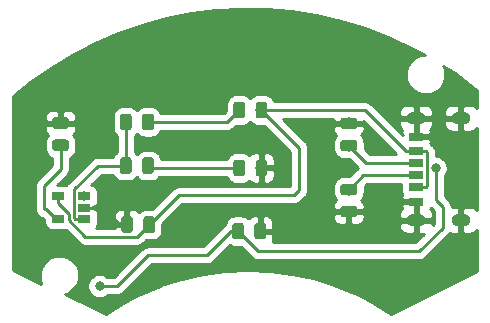
<source format=gbr>
G04 #@! TF.GenerationSoftware,KiCad,Pcbnew,(5.1.2-1)-1*
G04 #@! TF.CreationDate,2021-02-06T10:00:37+01:00*
G04 #@! TF.ProjectId,lir2450-charger,6c697232-3435-4302-9d63-686172676572,1.0.0*
G04 #@! TF.SameCoordinates,Original*
G04 #@! TF.FileFunction,Copper,L1,Top*
G04 #@! TF.FilePolarity,Positive*
%FSLAX46Y46*%
G04 Gerber Fmt 4.6, Leading zero omitted, Abs format (unit mm)*
G04 Created by KiCad (PCBNEW (5.1.2-1)-1) date 2021-02-06 10:00:37*
%MOMM*%
%LPD*%
G04 APERTURE LIST*
%ADD10C,0.100000*%
%ADD11C,0.975000*%
%ADD12R,1.200000X0.800000*%
%ADD13C,1.000000*%
%ADD14R,1.060000X0.650000*%
%ADD15C,0.800000*%
%ADD16C,0.250000*%
%ADD17C,0.254000*%
G04 APERTURE END LIST*
D10*
G36*
X64767642Y-44001174D02*
G01*
X64791303Y-44004684D01*
X64814507Y-44010496D01*
X64837029Y-44018554D01*
X64858653Y-44028782D01*
X64879170Y-44041079D01*
X64898383Y-44055329D01*
X64916107Y-44071393D01*
X64932171Y-44089117D01*
X64946421Y-44108330D01*
X64958718Y-44128847D01*
X64968946Y-44150471D01*
X64977004Y-44172993D01*
X64982816Y-44196197D01*
X64986326Y-44219858D01*
X64987500Y-44243750D01*
X64987500Y-45156250D01*
X64986326Y-45180142D01*
X64982816Y-45203803D01*
X64977004Y-45227007D01*
X64968946Y-45249529D01*
X64958718Y-45271153D01*
X64946421Y-45291670D01*
X64932171Y-45310883D01*
X64916107Y-45328607D01*
X64898383Y-45344671D01*
X64879170Y-45358921D01*
X64858653Y-45371218D01*
X64837029Y-45381446D01*
X64814507Y-45389504D01*
X64791303Y-45395316D01*
X64767642Y-45398826D01*
X64743750Y-45400000D01*
X64256250Y-45400000D01*
X64232358Y-45398826D01*
X64208697Y-45395316D01*
X64185493Y-45389504D01*
X64162971Y-45381446D01*
X64141347Y-45371218D01*
X64120830Y-45358921D01*
X64101617Y-45344671D01*
X64083893Y-45328607D01*
X64067829Y-45310883D01*
X64053579Y-45291670D01*
X64041282Y-45271153D01*
X64031054Y-45249529D01*
X64022996Y-45227007D01*
X64017184Y-45203803D01*
X64013674Y-45180142D01*
X64012500Y-45156250D01*
X64012500Y-44243750D01*
X64013674Y-44219858D01*
X64017184Y-44196197D01*
X64022996Y-44172993D01*
X64031054Y-44150471D01*
X64041282Y-44128847D01*
X64053579Y-44108330D01*
X64067829Y-44089117D01*
X64083893Y-44071393D01*
X64101617Y-44055329D01*
X64120830Y-44041079D01*
X64141347Y-44028782D01*
X64162971Y-44018554D01*
X64185493Y-44010496D01*
X64208697Y-44004684D01*
X64232358Y-44001174D01*
X64256250Y-44000000D01*
X64743750Y-44000000D01*
X64767642Y-44001174D01*
X64767642Y-44001174D01*
G37*
D11*
X64500000Y-44700000D03*
D10*
G36*
X62892642Y-44001174D02*
G01*
X62916303Y-44004684D01*
X62939507Y-44010496D01*
X62962029Y-44018554D01*
X62983653Y-44028782D01*
X63004170Y-44041079D01*
X63023383Y-44055329D01*
X63041107Y-44071393D01*
X63057171Y-44089117D01*
X63071421Y-44108330D01*
X63083718Y-44128847D01*
X63093946Y-44150471D01*
X63102004Y-44172993D01*
X63107816Y-44196197D01*
X63111326Y-44219858D01*
X63112500Y-44243750D01*
X63112500Y-45156250D01*
X63111326Y-45180142D01*
X63107816Y-45203803D01*
X63102004Y-45227007D01*
X63093946Y-45249529D01*
X63083718Y-45271153D01*
X63071421Y-45291670D01*
X63057171Y-45310883D01*
X63041107Y-45328607D01*
X63023383Y-45344671D01*
X63004170Y-45358921D01*
X62983653Y-45371218D01*
X62962029Y-45381446D01*
X62939507Y-45389504D01*
X62916303Y-45395316D01*
X62892642Y-45398826D01*
X62868750Y-45400000D01*
X62381250Y-45400000D01*
X62357358Y-45398826D01*
X62333697Y-45395316D01*
X62310493Y-45389504D01*
X62287971Y-45381446D01*
X62266347Y-45371218D01*
X62245830Y-45358921D01*
X62226617Y-45344671D01*
X62208893Y-45328607D01*
X62192829Y-45310883D01*
X62178579Y-45291670D01*
X62166282Y-45271153D01*
X62156054Y-45249529D01*
X62147996Y-45227007D01*
X62142184Y-45203803D01*
X62138674Y-45180142D01*
X62137500Y-45156250D01*
X62137500Y-44243750D01*
X62138674Y-44219858D01*
X62142184Y-44196197D01*
X62147996Y-44172993D01*
X62156054Y-44150471D01*
X62166282Y-44128847D01*
X62178579Y-44108330D01*
X62192829Y-44089117D01*
X62208893Y-44071393D01*
X62226617Y-44055329D01*
X62245830Y-44041079D01*
X62266347Y-44028782D01*
X62287971Y-44018554D01*
X62310493Y-44010496D01*
X62333697Y-44004684D01*
X62357358Y-44001174D01*
X62381250Y-44000000D01*
X62868750Y-44000000D01*
X62892642Y-44001174D01*
X62892642Y-44001174D01*
G37*
D11*
X62625000Y-44700000D03*
D10*
G36*
X72492642Y-44201174D02*
G01*
X72516303Y-44204684D01*
X72539507Y-44210496D01*
X72562029Y-44218554D01*
X72583653Y-44228782D01*
X72604170Y-44241079D01*
X72623383Y-44255329D01*
X72641107Y-44271393D01*
X72657171Y-44289117D01*
X72671421Y-44308330D01*
X72683718Y-44328847D01*
X72693946Y-44350471D01*
X72702004Y-44372993D01*
X72707816Y-44396197D01*
X72711326Y-44419858D01*
X72712500Y-44443750D01*
X72712500Y-45356250D01*
X72711326Y-45380142D01*
X72707816Y-45403803D01*
X72702004Y-45427007D01*
X72693946Y-45449529D01*
X72683718Y-45471153D01*
X72671421Y-45491670D01*
X72657171Y-45510883D01*
X72641107Y-45528607D01*
X72623383Y-45544671D01*
X72604170Y-45558921D01*
X72583653Y-45571218D01*
X72562029Y-45581446D01*
X72539507Y-45589504D01*
X72516303Y-45595316D01*
X72492642Y-45598826D01*
X72468750Y-45600000D01*
X71981250Y-45600000D01*
X71957358Y-45598826D01*
X71933697Y-45595316D01*
X71910493Y-45589504D01*
X71887971Y-45581446D01*
X71866347Y-45571218D01*
X71845830Y-45558921D01*
X71826617Y-45544671D01*
X71808893Y-45528607D01*
X71792829Y-45510883D01*
X71778579Y-45491670D01*
X71766282Y-45471153D01*
X71756054Y-45449529D01*
X71747996Y-45427007D01*
X71742184Y-45403803D01*
X71738674Y-45380142D01*
X71737500Y-45356250D01*
X71737500Y-44443750D01*
X71738674Y-44419858D01*
X71742184Y-44396197D01*
X71747996Y-44372993D01*
X71756054Y-44350471D01*
X71766282Y-44328847D01*
X71778579Y-44308330D01*
X71792829Y-44289117D01*
X71808893Y-44271393D01*
X71826617Y-44255329D01*
X71845830Y-44241079D01*
X71866347Y-44228782D01*
X71887971Y-44218554D01*
X71910493Y-44210496D01*
X71933697Y-44204684D01*
X71957358Y-44201174D01*
X71981250Y-44200000D01*
X72468750Y-44200000D01*
X72492642Y-44201174D01*
X72492642Y-44201174D01*
G37*
D11*
X72225000Y-44900000D03*
D10*
G36*
X74367642Y-44201174D02*
G01*
X74391303Y-44204684D01*
X74414507Y-44210496D01*
X74437029Y-44218554D01*
X74458653Y-44228782D01*
X74479170Y-44241079D01*
X74498383Y-44255329D01*
X74516107Y-44271393D01*
X74532171Y-44289117D01*
X74546421Y-44308330D01*
X74558718Y-44328847D01*
X74568946Y-44350471D01*
X74577004Y-44372993D01*
X74582816Y-44396197D01*
X74586326Y-44419858D01*
X74587500Y-44443750D01*
X74587500Y-45356250D01*
X74586326Y-45380142D01*
X74582816Y-45403803D01*
X74577004Y-45427007D01*
X74568946Y-45449529D01*
X74558718Y-45471153D01*
X74546421Y-45491670D01*
X74532171Y-45510883D01*
X74516107Y-45528607D01*
X74498383Y-45544671D01*
X74479170Y-45558921D01*
X74458653Y-45571218D01*
X74437029Y-45581446D01*
X74414507Y-45589504D01*
X74391303Y-45595316D01*
X74367642Y-45598826D01*
X74343750Y-45600000D01*
X73856250Y-45600000D01*
X73832358Y-45598826D01*
X73808697Y-45595316D01*
X73785493Y-45589504D01*
X73762971Y-45581446D01*
X73741347Y-45571218D01*
X73720830Y-45558921D01*
X73701617Y-45544671D01*
X73683893Y-45528607D01*
X73667829Y-45510883D01*
X73653579Y-45491670D01*
X73641282Y-45471153D01*
X73631054Y-45449529D01*
X73622996Y-45427007D01*
X73617184Y-45403803D01*
X73613674Y-45380142D01*
X73612500Y-45356250D01*
X73612500Y-44443750D01*
X73613674Y-44419858D01*
X73617184Y-44396197D01*
X73622996Y-44372993D01*
X73631054Y-44350471D01*
X73641282Y-44328847D01*
X73653579Y-44308330D01*
X73667829Y-44289117D01*
X73683893Y-44271393D01*
X73701617Y-44255329D01*
X73720830Y-44241079D01*
X73741347Y-44228782D01*
X73762971Y-44218554D01*
X73785493Y-44210496D01*
X73808697Y-44204684D01*
X73832358Y-44201174D01*
X73856250Y-44200000D01*
X74343750Y-44200000D01*
X74367642Y-44201174D01*
X74367642Y-44201174D01*
G37*
D11*
X74100000Y-44900000D03*
D12*
X87200000Y-42250000D03*
X87200000Y-43480000D03*
X87200000Y-44500000D03*
X87200000Y-45500000D03*
X87200000Y-46520000D03*
X87200000Y-47750000D03*
D10*
G36*
X87549009Y-48822407D02*
G01*
X87597545Y-48829606D01*
X87645142Y-48841529D01*
X87691342Y-48858059D01*
X87735698Y-48879038D01*
X87777785Y-48904264D01*
X87817197Y-48933494D01*
X87853553Y-48966446D01*
X87886505Y-49002802D01*
X87915735Y-49042214D01*
X87940961Y-49084301D01*
X87961940Y-49128657D01*
X87978470Y-49174857D01*
X87990393Y-49222454D01*
X87997592Y-49270990D01*
X88000000Y-49319999D01*
X88000000Y-49320001D01*
X87997592Y-49369010D01*
X87990393Y-49417546D01*
X87978470Y-49465143D01*
X87961940Y-49511343D01*
X87940961Y-49555699D01*
X87915735Y-49597786D01*
X87886505Y-49637198D01*
X87853553Y-49673554D01*
X87817197Y-49706506D01*
X87777785Y-49735736D01*
X87735698Y-49760962D01*
X87691342Y-49781941D01*
X87645142Y-49798471D01*
X87597545Y-49810394D01*
X87549009Y-49817593D01*
X87500000Y-49820001D01*
X86900000Y-49820001D01*
X86850991Y-49817593D01*
X86802455Y-49810394D01*
X86754858Y-49798471D01*
X86708658Y-49781941D01*
X86664302Y-49760962D01*
X86622215Y-49735736D01*
X86582803Y-49706506D01*
X86546447Y-49673554D01*
X86513495Y-49637198D01*
X86484265Y-49597786D01*
X86459039Y-49555699D01*
X86438060Y-49511343D01*
X86421530Y-49465143D01*
X86409607Y-49417546D01*
X86402408Y-49369010D01*
X86400000Y-49320001D01*
X86400000Y-49319999D01*
X86402408Y-49270990D01*
X86409607Y-49222454D01*
X86421530Y-49174857D01*
X86438060Y-49128657D01*
X86459039Y-49084301D01*
X86484265Y-49042214D01*
X86513495Y-49002802D01*
X86546447Y-48966446D01*
X86582803Y-48933494D01*
X86622215Y-48904264D01*
X86664302Y-48879038D01*
X86708658Y-48858059D01*
X86754858Y-48841529D01*
X86802455Y-48829606D01*
X86850991Y-48822407D01*
X86900000Y-48819999D01*
X87500000Y-48819999D01*
X87549009Y-48822407D01*
X87549009Y-48822407D01*
G37*
D13*
X87200000Y-49320000D03*
D10*
G36*
X87549009Y-40182407D02*
G01*
X87597545Y-40189606D01*
X87645142Y-40201529D01*
X87691342Y-40218059D01*
X87735698Y-40239038D01*
X87777785Y-40264264D01*
X87817197Y-40293494D01*
X87853553Y-40326446D01*
X87886505Y-40362802D01*
X87915735Y-40402214D01*
X87940961Y-40444301D01*
X87961940Y-40488657D01*
X87978470Y-40534857D01*
X87990393Y-40582454D01*
X87997592Y-40630990D01*
X88000000Y-40679999D01*
X88000000Y-40680001D01*
X87997592Y-40729010D01*
X87990393Y-40777546D01*
X87978470Y-40825143D01*
X87961940Y-40871343D01*
X87940961Y-40915699D01*
X87915735Y-40957786D01*
X87886505Y-40997198D01*
X87853553Y-41033554D01*
X87817197Y-41066506D01*
X87777785Y-41095736D01*
X87735698Y-41120962D01*
X87691342Y-41141941D01*
X87645142Y-41158471D01*
X87597545Y-41170394D01*
X87549009Y-41177593D01*
X87500000Y-41180001D01*
X86900000Y-41180001D01*
X86850991Y-41177593D01*
X86802455Y-41170394D01*
X86754858Y-41158471D01*
X86708658Y-41141941D01*
X86664302Y-41120962D01*
X86622215Y-41095736D01*
X86582803Y-41066506D01*
X86546447Y-41033554D01*
X86513495Y-40997198D01*
X86484265Y-40957786D01*
X86459039Y-40915699D01*
X86438060Y-40871343D01*
X86421530Y-40825143D01*
X86409607Y-40777546D01*
X86402408Y-40729010D01*
X86400000Y-40680001D01*
X86400000Y-40679999D01*
X86402408Y-40630990D01*
X86409607Y-40582454D01*
X86421530Y-40534857D01*
X86438060Y-40488657D01*
X86459039Y-40444301D01*
X86484265Y-40402214D01*
X86513495Y-40362802D01*
X86546447Y-40326446D01*
X86582803Y-40293494D01*
X86622215Y-40264264D01*
X86664302Y-40239038D01*
X86708658Y-40218059D01*
X86754858Y-40201529D01*
X86802455Y-40189606D01*
X86850991Y-40182407D01*
X86900000Y-40179999D01*
X87500000Y-40179999D01*
X87549009Y-40182407D01*
X87549009Y-40182407D01*
G37*
D13*
X87200000Y-40680000D03*
D10*
G36*
X91349009Y-40182407D02*
G01*
X91397545Y-40189606D01*
X91445142Y-40201529D01*
X91491342Y-40218059D01*
X91535698Y-40239038D01*
X91577785Y-40264264D01*
X91617197Y-40293494D01*
X91653553Y-40326446D01*
X91686505Y-40362802D01*
X91715735Y-40402214D01*
X91740961Y-40444301D01*
X91761940Y-40488657D01*
X91778470Y-40534857D01*
X91790393Y-40582454D01*
X91797592Y-40630990D01*
X91800000Y-40679999D01*
X91800000Y-40680001D01*
X91797592Y-40729010D01*
X91790393Y-40777546D01*
X91778470Y-40825143D01*
X91761940Y-40871343D01*
X91740961Y-40915699D01*
X91715735Y-40957786D01*
X91686505Y-40997198D01*
X91653553Y-41033554D01*
X91617197Y-41066506D01*
X91577785Y-41095736D01*
X91535698Y-41120962D01*
X91491342Y-41141941D01*
X91445142Y-41158471D01*
X91397545Y-41170394D01*
X91349009Y-41177593D01*
X91300000Y-41180001D01*
X90700000Y-41180001D01*
X90650991Y-41177593D01*
X90602455Y-41170394D01*
X90554858Y-41158471D01*
X90508658Y-41141941D01*
X90464302Y-41120962D01*
X90422215Y-41095736D01*
X90382803Y-41066506D01*
X90346447Y-41033554D01*
X90313495Y-40997198D01*
X90284265Y-40957786D01*
X90259039Y-40915699D01*
X90238060Y-40871343D01*
X90221530Y-40825143D01*
X90209607Y-40777546D01*
X90202408Y-40729010D01*
X90200000Y-40680001D01*
X90200000Y-40679999D01*
X90202408Y-40630990D01*
X90209607Y-40582454D01*
X90221530Y-40534857D01*
X90238060Y-40488657D01*
X90259039Y-40444301D01*
X90284265Y-40402214D01*
X90313495Y-40362802D01*
X90346447Y-40326446D01*
X90382803Y-40293494D01*
X90422215Y-40264264D01*
X90464302Y-40239038D01*
X90508658Y-40218059D01*
X90554858Y-40201529D01*
X90602455Y-40189606D01*
X90650991Y-40182407D01*
X90700000Y-40179999D01*
X91300000Y-40179999D01*
X91349009Y-40182407D01*
X91349009Y-40182407D01*
G37*
D13*
X91000000Y-40680000D03*
D10*
G36*
X91349009Y-48822407D02*
G01*
X91397545Y-48829606D01*
X91445142Y-48841529D01*
X91491342Y-48858059D01*
X91535698Y-48879038D01*
X91577785Y-48904264D01*
X91617197Y-48933494D01*
X91653553Y-48966446D01*
X91686505Y-49002802D01*
X91715735Y-49042214D01*
X91740961Y-49084301D01*
X91761940Y-49128657D01*
X91778470Y-49174857D01*
X91790393Y-49222454D01*
X91797592Y-49270990D01*
X91800000Y-49319999D01*
X91800000Y-49320001D01*
X91797592Y-49369010D01*
X91790393Y-49417546D01*
X91778470Y-49465143D01*
X91761940Y-49511343D01*
X91740961Y-49555699D01*
X91715735Y-49597786D01*
X91686505Y-49637198D01*
X91653553Y-49673554D01*
X91617197Y-49706506D01*
X91577785Y-49735736D01*
X91535698Y-49760962D01*
X91491342Y-49781941D01*
X91445142Y-49798471D01*
X91397545Y-49810394D01*
X91349009Y-49817593D01*
X91300000Y-49820001D01*
X90700000Y-49820001D01*
X90650991Y-49817593D01*
X90602455Y-49810394D01*
X90554858Y-49798471D01*
X90508658Y-49781941D01*
X90464302Y-49760962D01*
X90422215Y-49735736D01*
X90382803Y-49706506D01*
X90346447Y-49673554D01*
X90313495Y-49637198D01*
X90284265Y-49597786D01*
X90259039Y-49555699D01*
X90238060Y-49511343D01*
X90221530Y-49465143D01*
X90209607Y-49417546D01*
X90202408Y-49369010D01*
X90200000Y-49320001D01*
X90200000Y-49319999D01*
X90202408Y-49270990D01*
X90209607Y-49222454D01*
X90221530Y-49174857D01*
X90238060Y-49128657D01*
X90259039Y-49084301D01*
X90284265Y-49042214D01*
X90313495Y-49002802D01*
X90346447Y-48966446D01*
X90382803Y-48933494D01*
X90422215Y-48904264D01*
X90464302Y-48879038D01*
X90508658Y-48858059D01*
X90554858Y-48841529D01*
X90602455Y-48829606D01*
X90650991Y-48822407D01*
X90700000Y-48819999D01*
X91300000Y-48819999D01*
X91349009Y-48822407D01*
X91349009Y-48822407D01*
G37*
D13*
X91000000Y-49320000D03*
D14*
X56900000Y-49200000D03*
X56900000Y-47300000D03*
X59100000Y-47300000D03*
X59100000Y-48250000D03*
X59100000Y-49200000D03*
D10*
G36*
X81980142Y-48113674D02*
G01*
X82003803Y-48117184D01*
X82027007Y-48122996D01*
X82049529Y-48131054D01*
X82071153Y-48141282D01*
X82091670Y-48153579D01*
X82110883Y-48167829D01*
X82128607Y-48183893D01*
X82144671Y-48201617D01*
X82158921Y-48220830D01*
X82171218Y-48241347D01*
X82181446Y-48262971D01*
X82189504Y-48285493D01*
X82195316Y-48308697D01*
X82198826Y-48332358D01*
X82200000Y-48356250D01*
X82200000Y-48843750D01*
X82198826Y-48867642D01*
X82195316Y-48891303D01*
X82189504Y-48914507D01*
X82181446Y-48937029D01*
X82171218Y-48958653D01*
X82158921Y-48979170D01*
X82144671Y-48998383D01*
X82128607Y-49016107D01*
X82110883Y-49032171D01*
X82091670Y-49046421D01*
X82071153Y-49058718D01*
X82049529Y-49068946D01*
X82027007Y-49077004D01*
X82003803Y-49082816D01*
X81980142Y-49086326D01*
X81956250Y-49087500D01*
X81043750Y-49087500D01*
X81019858Y-49086326D01*
X80996197Y-49082816D01*
X80972993Y-49077004D01*
X80950471Y-49068946D01*
X80928847Y-49058718D01*
X80908330Y-49046421D01*
X80889117Y-49032171D01*
X80871393Y-49016107D01*
X80855329Y-48998383D01*
X80841079Y-48979170D01*
X80828782Y-48958653D01*
X80818554Y-48937029D01*
X80810496Y-48914507D01*
X80804684Y-48891303D01*
X80801174Y-48867642D01*
X80800000Y-48843750D01*
X80800000Y-48356250D01*
X80801174Y-48332358D01*
X80804684Y-48308697D01*
X80810496Y-48285493D01*
X80818554Y-48262971D01*
X80828782Y-48241347D01*
X80841079Y-48220830D01*
X80855329Y-48201617D01*
X80871393Y-48183893D01*
X80889117Y-48167829D01*
X80908330Y-48153579D01*
X80928847Y-48141282D01*
X80950471Y-48131054D01*
X80972993Y-48122996D01*
X80996197Y-48117184D01*
X81019858Y-48113674D01*
X81043750Y-48112500D01*
X81956250Y-48112500D01*
X81980142Y-48113674D01*
X81980142Y-48113674D01*
G37*
D11*
X81500000Y-48600000D03*
D10*
G36*
X81980142Y-46238674D02*
G01*
X82003803Y-46242184D01*
X82027007Y-46247996D01*
X82049529Y-46256054D01*
X82071153Y-46266282D01*
X82091670Y-46278579D01*
X82110883Y-46292829D01*
X82128607Y-46308893D01*
X82144671Y-46326617D01*
X82158921Y-46345830D01*
X82171218Y-46366347D01*
X82181446Y-46387971D01*
X82189504Y-46410493D01*
X82195316Y-46433697D01*
X82198826Y-46457358D01*
X82200000Y-46481250D01*
X82200000Y-46968750D01*
X82198826Y-46992642D01*
X82195316Y-47016303D01*
X82189504Y-47039507D01*
X82181446Y-47062029D01*
X82171218Y-47083653D01*
X82158921Y-47104170D01*
X82144671Y-47123383D01*
X82128607Y-47141107D01*
X82110883Y-47157171D01*
X82091670Y-47171421D01*
X82071153Y-47183718D01*
X82049529Y-47193946D01*
X82027007Y-47202004D01*
X82003803Y-47207816D01*
X81980142Y-47211326D01*
X81956250Y-47212500D01*
X81043750Y-47212500D01*
X81019858Y-47211326D01*
X80996197Y-47207816D01*
X80972993Y-47202004D01*
X80950471Y-47193946D01*
X80928847Y-47183718D01*
X80908330Y-47171421D01*
X80889117Y-47157171D01*
X80871393Y-47141107D01*
X80855329Y-47123383D01*
X80841079Y-47104170D01*
X80828782Y-47083653D01*
X80818554Y-47062029D01*
X80810496Y-47039507D01*
X80804684Y-47016303D01*
X80801174Y-46992642D01*
X80800000Y-46968750D01*
X80800000Y-46481250D01*
X80801174Y-46457358D01*
X80804684Y-46433697D01*
X80810496Y-46410493D01*
X80818554Y-46387971D01*
X80828782Y-46366347D01*
X80841079Y-46345830D01*
X80855329Y-46326617D01*
X80871393Y-46308893D01*
X80889117Y-46292829D01*
X80908330Y-46278579D01*
X80928847Y-46266282D01*
X80950471Y-46256054D01*
X80972993Y-46247996D01*
X80996197Y-46242184D01*
X81019858Y-46238674D01*
X81043750Y-46237500D01*
X81956250Y-46237500D01*
X81980142Y-46238674D01*
X81980142Y-46238674D01*
G37*
D11*
X81500000Y-46725000D03*
D10*
G36*
X81980142Y-40638674D02*
G01*
X82003803Y-40642184D01*
X82027007Y-40647996D01*
X82049529Y-40656054D01*
X82071153Y-40666282D01*
X82091670Y-40678579D01*
X82110883Y-40692829D01*
X82128607Y-40708893D01*
X82144671Y-40726617D01*
X82158921Y-40745830D01*
X82171218Y-40766347D01*
X82181446Y-40787971D01*
X82189504Y-40810493D01*
X82195316Y-40833697D01*
X82198826Y-40857358D01*
X82200000Y-40881250D01*
X82200000Y-41368750D01*
X82198826Y-41392642D01*
X82195316Y-41416303D01*
X82189504Y-41439507D01*
X82181446Y-41462029D01*
X82171218Y-41483653D01*
X82158921Y-41504170D01*
X82144671Y-41523383D01*
X82128607Y-41541107D01*
X82110883Y-41557171D01*
X82091670Y-41571421D01*
X82071153Y-41583718D01*
X82049529Y-41593946D01*
X82027007Y-41602004D01*
X82003803Y-41607816D01*
X81980142Y-41611326D01*
X81956250Y-41612500D01*
X81043750Y-41612500D01*
X81019858Y-41611326D01*
X80996197Y-41607816D01*
X80972993Y-41602004D01*
X80950471Y-41593946D01*
X80928847Y-41583718D01*
X80908330Y-41571421D01*
X80889117Y-41557171D01*
X80871393Y-41541107D01*
X80855329Y-41523383D01*
X80841079Y-41504170D01*
X80828782Y-41483653D01*
X80818554Y-41462029D01*
X80810496Y-41439507D01*
X80804684Y-41416303D01*
X80801174Y-41392642D01*
X80800000Y-41368750D01*
X80800000Y-40881250D01*
X80801174Y-40857358D01*
X80804684Y-40833697D01*
X80810496Y-40810493D01*
X80818554Y-40787971D01*
X80828782Y-40766347D01*
X80841079Y-40745830D01*
X80855329Y-40726617D01*
X80871393Y-40708893D01*
X80889117Y-40692829D01*
X80908330Y-40678579D01*
X80928847Y-40666282D01*
X80950471Y-40656054D01*
X80972993Y-40647996D01*
X80996197Y-40642184D01*
X81019858Y-40638674D01*
X81043750Y-40637500D01*
X81956250Y-40637500D01*
X81980142Y-40638674D01*
X81980142Y-40638674D01*
G37*
D11*
X81500000Y-41125000D03*
D10*
G36*
X81980142Y-42513674D02*
G01*
X82003803Y-42517184D01*
X82027007Y-42522996D01*
X82049529Y-42531054D01*
X82071153Y-42541282D01*
X82091670Y-42553579D01*
X82110883Y-42567829D01*
X82128607Y-42583893D01*
X82144671Y-42601617D01*
X82158921Y-42620830D01*
X82171218Y-42641347D01*
X82181446Y-42662971D01*
X82189504Y-42685493D01*
X82195316Y-42708697D01*
X82198826Y-42732358D01*
X82200000Y-42756250D01*
X82200000Y-43243750D01*
X82198826Y-43267642D01*
X82195316Y-43291303D01*
X82189504Y-43314507D01*
X82181446Y-43337029D01*
X82171218Y-43358653D01*
X82158921Y-43379170D01*
X82144671Y-43398383D01*
X82128607Y-43416107D01*
X82110883Y-43432171D01*
X82091670Y-43446421D01*
X82071153Y-43458718D01*
X82049529Y-43468946D01*
X82027007Y-43477004D01*
X82003803Y-43482816D01*
X81980142Y-43486326D01*
X81956250Y-43487500D01*
X81043750Y-43487500D01*
X81019858Y-43486326D01*
X80996197Y-43482816D01*
X80972993Y-43477004D01*
X80950471Y-43468946D01*
X80928847Y-43458718D01*
X80908330Y-43446421D01*
X80889117Y-43432171D01*
X80871393Y-43416107D01*
X80855329Y-43398383D01*
X80841079Y-43379170D01*
X80828782Y-43358653D01*
X80818554Y-43337029D01*
X80810496Y-43314507D01*
X80804684Y-43291303D01*
X80801174Y-43267642D01*
X80800000Y-43243750D01*
X80800000Y-42756250D01*
X80801174Y-42732358D01*
X80804684Y-42708697D01*
X80810496Y-42685493D01*
X80818554Y-42662971D01*
X80828782Y-42641347D01*
X80841079Y-42620830D01*
X80855329Y-42601617D01*
X80871393Y-42583893D01*
X80889117Y-42567829D01*
X80908330Y-42553579D01*
X80928847Y-42541282D01*
X80950471Y-42531054D01*
X80972993Y-42522996D01*
X80996197Y-42517184D01*
X81019858Y-42513674D01*
X81043750Y-42512500D01*
X81956250Y-42512500D01*
X81980142Y-42513674D01*
X81980142Y-42513674D01*
G37*
D11*
X81500000Y-43000000D03*
D10*
G36*
X62892642Y-40301174D02*
G01*
X62916303Y-40304684D01*
X62939507Y-40310496D01*
X62962029Y-40318554D01*
X62983653Y-40328782D01*
X63004170Y-40341079D01*
X63023383Y-40355329D01*
X63041107Y-40371393D01*
X63057171Y-40389117D01*
X63071421Y-40408330D01*
X63083718Y-40428847D01*
X63093946Y-40450471D01*
X63102004Y-40472993D01*
X63107816Y-40496197D01*
X63111326Y-40519858D01*
X63112500Y-40543750D01*
X63112500Y-41456250D01*
X63111326Y-41480142D01*
X63107816Y-41503803D01*
X63102004Y-41527007D01*
X63093946Y-41549529D01*
X63083718Y-41571153D01*
X63071421Y-41591670D01*
X63057171Y-41610883D01*
X63041107Y-41628607D01*
X63023383Y-41644671D01*
X63004170Y-41658921D01*
X62983653Y-41671218D01*
X62962029Y-41681446D01*
X62939507Y-41689504D01*
X62916303Y-41695316D01*
X62892642Y-41698826D01*
X62868750Y-41700000D01*
X62381250Y-41700000D01*
X62357358Y-41698826D01*
X62333697Y-41695316D01*
X62310493Y-41689504D01*
X62287971Y-41681446D01*
X62266347Y-41671218D01*
X62245830Y-41658921D01*
X62226617Y-41644671D01*
X62208893Y-41628607D01*
X62192829Y-41610883D01*
X62178579Y-41591670D01*
X62166282Y-41571153D01*
X62156054Y-41549529D01*
X62147996Y-41527007D01*
X62142184Y-41503803D01*
X62138674Y-41480142D01*
X62137500Y-41456250D01*
X62137500Y-40543750D01*
X62138674Y-40519858D01*
X62142184Y-40496197D01*
X62147996Y-40472993D01*
X62156054Y-40450471D01*
X62166282Y-40428847D01*
X62178579Y-40408330D01*
X62192829Y-40389117D01*
X62208893Y-40371393D01*
X62226617Y-40355329D01*
X62245830Y-40341079D01*
X62266347Y-40328782D01*
X62287971Y-40318554D01*
X62310493Y-40310496D01*
X62333697Y-40304684D01*
X62357358Y-40301174D01*
X62381250Y-40300000D01*
X62868750Y-40300000D01*
X62892642Y-40301174D01*
X62892642Y-40301174D01*
G37*
D11*
X62625000Y-41000000D03*
D10*
G36*
X64767642Y-40301174D02*
G01*
X64791303Y-40304684D01*
X64814507Y-40310496D01*
X64837029Y-40318554D01*
X64858653Y-40328782D01*
X64879170Y-40341079D01*
X64898383Y-40355329D01*
X64916107Y-40371393D01*
X64932171Y-40389117D01*
X64946421Y-40408330D01*
X64958718Y-40428847D01*
X64968946Y-40450471D01*
X64977004Y-40472993D01*
X64982816Y-40496197D01*
X64986326Y-40519858D01*
X64987500Y-40543750D01*
X64987500Y-41456250D01*
X64986326Y-41480142D01*
X64982816Y-41503803D01*
X64977004Y-41527007D01*
X64968946Y-41549529D01*
X64958718Y-41571153D01*
X64946421Y-41591670D01*
X64932171Y-41610883D01*
X64916107Y-41628607D01*
X64898383Y-41644671D01*
X64879170Y-41658921D01*
X64858653Y-41671218D01*
X64837029Y-41681446D01*
X64814507Y-41689504D01*
X64791303Y-41695316D01*
X64767642Y-41698826D01*
X64743750Y-41700000D01*
X64256250Y-41700000D01*
X64232358Y-41698826D01*
X64208697Y-41695316D01*
X64185493Y-41689504D01*
X64162971Y-41681446D01*
X64141347Y-41671218D01*
X64120830Y-41658921D01*
X64101617Y-41644671D01*
X64083893Y-41628607D01*
X64067829Y-41610883D01*
X64053579Y-41591670D01*
X64041282Y-41571153D01*
X64031054Y-41549529D01*
X64022996Y-41527007D01*
X64017184Y-41503803D01*
X64013674Y-41480142D01*
X64012500Y-41456250D01*
X64012500Y-40543750D01*
X64013674Y-40519858D01*
X64017184Y-40496197D01*
X64022996Y-40472993D01*
X64031054Y-40450471D01*
X64041282Y-40428847D01*
X64053579Y-40408330D01*
X64067829Y-40389117D01*
X64083893Y-40371393D01*
X64101617Y-40355329D01*
X64120830Y-40341079D01*
X64141347Y-40328782D01*
X64162971Y-40318554D01*
X64185493Y-40310496D01*
X64208697Y-40304684D01*
X64232358Y-40301174D01*
X64256250Y-40300000D01*
X64743750Y-40300000D01*
X64767642Y-40301174D01*
X64767642Y-40301174D01*
G37*
D11*
X64500000Y-41000000D03*
D10*
G36*
X57580142Y-40613674D02*
G01*
X57603803Y-40617184D01*
X57627007Y-40622996D01*
X57649529Y-40631054D01*
X57671153Y-40641282D01*
X57691670Y-40653579D01*
X57710883Y-40667829D01*
X57728607Y-40683893D01*
X57744671Y-40701617D01*
X57758921Y-40720830D01*
X57771218Y-40741347D01*
X57781446Y-40762971D01*
X57789504Y-40785493D01*
X57795316Y-40808697D01*
X57798826Y-40832358D01*
X57800000Y-40856250D01*
X57800000Y-41343750D01*
X57798826Y-41367642D01*
X57795316Y-41391303D01*
X57789504Y-41414507D01*
X57781446Y-41437029D01*
X57771218Y-41458653D01*
X57758921Y-41479170D01*
X57744671Y-41498383D01*
X57728607Y-41516107D01*
X57710883Y-41532171D01*
X57691670Y-41546421D01*
X57671153Y-41558718D01*
X57649529Y-41568946D01*
X57627007Y-41577004D01*
X57603803Y-41582816D01*
X57580142Y-41586326D01*
X57556250Y-41587500D01*
X56643750Y-41587500D01*
X56619858Y-41586326D01*
X56596197Y-41582816D01*
X56572993Y-41577004D01*
X56550471Y-41568946D01*
X56528847Y-41558718D01*
X56508330Y-41546421D01*
X56489117Y-41532171D01*
X56471393Y-41516107D01*
X56455329Y-41498383D01*
X56441079Y-41479170D01*
X56428782Y-41458653D01*
X56418554Y-41437029D01*
X56410496Y-41414507D01*
X56404684Y-41391303D01*
X56401174Y-41367642D01*
X56400000Y-41343750D01*
X56400000Y-40856250D01*
X56401174Y-40832358D01*
X56404684Y-40808697D01*
X56410496Y-40785493D01*
X56418554Y-40762971D01*
X56428782Y-40741347D01*
X56441079Y-40720830D01*
X56455329Y-40701617D01*
X56471393Y-40683893D01*
X56489117Y-40667829D01*
X56508330Y-40653579D01*
X56528847Y-40641282D01*
X56550471Y-40631054D01*
X56572993Y-40622996D01*
X56596197Y-40617184D01*
X56619858Y-40613674D01*
X56643750Y-40612500D01*
X57556250Y-40612500D01*
X57580142Y-40613674D01*
X57580142Y-40613674D01*
G37*
D11*
X57100000Y-41100000D03*
D10*
G36*
X57580142Y-42488674D02*
G01*
X57603803Y-42492184D01*
X57627007Y-42497996D01*
X57649529Y-42506054D01*
X57671153Y-42516282D01*
X57691670Y-42528579D01*
X57710883Y-42542829D01*
X57728607Y-42558893D01*
X57744671Y-42576617D01*
X57758921Y-42595830D01*
X57771218Y-42616347D01*
X57781446Y-42637971D01*
X57789504Y-42660493D01*
X57795316Y-42683697D01*
X57798826Y-42707358D01*
X57800000Y-42731250D01*
X57800000Y-43218750D01*
X57798826Y-43242642D01*
X57795316Y-43266303D01*
X57789504Y-43289507D01*
X57781446Y-43312029D01*
X57771218Y-43333653D01*
X57758921Y-43354170D01*
X57744671Y-43373383D01*
X57728607Y-43391107D01*
X57710883Y-43407171D01*
X57691670Y-43421421D01*
X57671153Y-43433718D01*
X57649529Y-43443946D01*
X57627007Y-43452004D01*
X57603803Y-43457816D01*
X57580142Y-43461326D01*
X57556250Y-43462500D01*
X56643750Y-43462500D01*
X56619858Y-43461326D01*
X56596197Y-43457816D01*
X56572993Y-43452004D01*
X56550471Y-43443946D01*
X56528847Y-43433718D01*
X56508330Y-43421421D01*
X56489117Y-43407171D01*
X56471393Y-43391107D01*
X56455329Y-43373383D01*
X56441079Y-43354170D01*
X56428782Y-43333653D01*
X56418554Y-43312029D01*
X56410496Y-43289507D01*
X56404684Y-43266303D01*
X56401174Y-43242642D01*
X56400000Y-43218750D01*
X56400000Y-42731250D01*
X56401174Y-42707358D01*
X56404684Y-42683697D01*
X56410496Y-42660493D01*
X56418554Y-42637971D01*
X56428782Y-42616347D01*
X56441079Y-42595830D01*
X56455329Y-42576617D01*
X56471393Y-42558893D01*
X56489117Y-42542829D01*
X56508330Y-42528579D01*
X56528847Y-42516282D01*
X56550471Y-42506054D01*
X56572993Y-42497996D01*
X56596197Y-42492184D01*
X56619858Y-42488674D01*
X56643750Y-42487500D01*
X57556250Y-42487500D01*
X57580142Y-42488674D01*
X57580142Y-42488674D01*
G37*
D11*
X57100000Y-42975000D03*
D10*
G36*
X74367642Y-39301174D02*
G01*
X74391303Y-39304684D01*
X74414507Y-39310496D01*
X74437029Y-39318554D01*
X74458653Y-39328782D01*
X74479170Y-39341079D01*
X74498383Y-39355329D01*
X74516107Y-39371393D01*
X74532171Y-39389117D01*
X74546421Y-39408330D01*
X74558718Y-39428847D01*
X74568946Y-39450471D01*
X74577004Y-39472993D01*
X74582816Y-39496197D01*
X74586326Y-39519858D01*
X74587500Y-39543750D01*
X74587500Y-40456250D01*
X74586326Y-40480142D01*
X74582816Y-40503803D01*
X74577004Y-40527007D01*
X74568946Y-40549529D01*
X74558718Y-40571153D01*
X74546421Y-40591670D01*
X74532171Y-40610883D01*
X74516107Y-40628607D01*
X74498383Y-40644671D01*
X74479170Y-40658921D01*
X74458653Y-40671218D01*
X74437029Y-40681446D01*
X74414507Y-40689504D01*
X74391303Y-40695316D01*
X74367642Y-40698826D01*
X74343750Y-40700000D01*
X73856250Y-40700000D01*
X73832358Y-40698826D01*
X73808697Y-40695316D01*
X73785493Y-40689504D01*
X73762971Y-40681446D01*
X73741347Y-40671218D01*
X73720830Y-40658921D01*
X73701617Y-40644671D01*
X73683893Y-40628607D01*
X73667829Y-40610883D01*
X73653579Y-40591670D01*
X73641282Y-40571153D01*
X73631054Y-40549529D01*
X73622996Y-40527007D01*
X73617184Y-40503803D01*
X73613674Y-40480142D01*
X73612500Y-40456250D01*
X73612500Y-39543750D01*
X73613674Y-39519858D01*
X73617184Y-39496197D01*
X73622996Y-39472993D01*
X73631054Y-39450471D01*
X73641282Y-39428847D01*
X73653579Y-39408330D01*
X73667829Y-39389117D01*
X73683893Y-39371393D01*
X73701617Y-39355329D01*
X73720830Y-39341079D01*
X73741347Y-39328782D01*
X73762971Y-39318554D01*
X73785493Y-39310496D01*
X73808697Y-39304684D01*
X73832358Y-39301174D01*
X73856250Y-39300000D01*
X74343750Y-39300000D01*
X74367642Y-39301174D01*
X74367642Y-39301174D01*
G37*
D11*
X74100000Y-40000000D03*
D10*
G36*
X72492642Y-39301174D02*
G01*
X72516303Y-39304684D01*
X72539507Y-39310496D01*
X72562029Y-39318554D01*
X72583653Y-39328782D01*
X72604170Y-39341079D01*
X72623383Y-39355329D01*
X72641107Y-39371393D01*
X72657171Y-39389117D01*
X72671421Y-39408330D01*
X72683718Y-39428847D01*
X72693946Y-39450471D01*
X72702004Y-39472993D01*
X72707816Y-39496197D01*
X72711326Y-39519858D01*
X72712500Y-39543750D01*
X72712500Y-40456250D01*
X72711326Y-40480142D01*
X72707816Y-40503803D01*
X72702004Y-40527007D01*
X72693946Y-40549529D01*
X72683718Y-40571153D01*
X72671421Y-40591670D01*
X72657171Y-40610883D01*
X72641107Y-40628607D01*
X72623383Y-40644671D01*
X72604170Y-40658921D01*
X72583653Y-40671218D01*
X72562029Y-40681446D01*
X72539507Y-40689504D01*
X72516303Y-40695316D01*
X72492642Y-40698826D01*
X72468750Y-40700000D01*
X71981250Y-40700000D01*
X71957358Y-40698826D01*
X71933697Y-40695316D01*
X71910493Y-40689504D01*
X71887971Y-40681446D01*
X71866347Y-40671218D01*
X71845830Y-40658921D01*
X71826617Y-40644671D01*
X71808893Y-40628607D01*
X71792829Y-40610883D01*
X71778579Y-40591670D01*
X71766282Y-40571153D01*
X71756054Y-40549529D01*
X71747996Y-40527007D01*
X71742184Y-40503803D01*
X71738674Y-40480142D01*
X71737500Y-40456250D01*
X71737500Y-39543750D01*
X71738674Y-39519858D01*
X71742184Y-39496197D01*
X71747996Y-39472993D01*
X71756054Y-39450471D01*
X71766282Y-39428847D01*
X71778579Y-39408330D01*
X71792829Y-39389117D01*
X71808893Y-39371393D01*
X71826617Y-39355329D01*
X71845830Y-39341079D01*
X71866347Y-39328782D01*
X71887971Y-39318554D01*
X71910493Y-39310496D01*
X71933697Y-39304684D01*
X71957358Y-39301174D01*
X71981250Y-39300000D01*
X72468750Y-39300000D01*
X72492642Y-39301174D01*
X72492642Y-39301174D01*
G37*
D11*
X72225000Y-40000000D03*
D10*
G36*
X74267642Y-49551174D02*
G01*
X74291303Y-49554684D01*
X74314507Y-49560496D01*
X74337029Y-49568554D01*
X74358653Y-49578782D01*
X74379170Y-49591079D01*
X74398383Y-49605329D01*
X74416107Y-49621393D01*
X74432171Y-49639117D01*
X74446421Y-49658330D01*
X74458718Y-49678847D01*
X74468946Y-49700471D01*
X74477004Y-49722993D01*
X74482816Y-49746197D01*
X74486326Y-49769858D01*
X74487500Y-49793750D01*
X74487500Y-50706250D01*
X74486326Y-50730142D01*
X74482816Y-50753803D01*
X74477004Y-50777007D01*
X74468946Y-50799529D01*
X74458718Y-50821153D01*
X74446421Y-50841670D01*
X74432171Y-50860883D01*
X74416107Y-50878607D01*
X74398383Y-50894671D01*
X74379170Y-50908921D01*
X74358653Y-50921218D01*
X74337029Y-50931446D01*
X74314507Y-50939504D01*
X74291303Y-50945316D01*
X74267642Y-50948826D01*
X74243750Y-50950000D01*
X73756250Y-50950000D01*
X73732358Y-50948826D01*
X73708697Y-50945316D01*
X73685493Y-50939504D01*
X73662971Y-50931446D01*
X73641347Y-50921218D01*
X73620830Y-50908921D01*
X73601617Y-50894671D01*
X73583893Y-50878607D01*
X73567829Y-50860883D01*
X73553579Y-50841670D01*
X73541282Y-50821153D01*
X73531054Y-50799529D01*
X73522996Y-50777007D01*
X73517184Y-50753803D01*
X73513674Y-50730142D01*
X73512500Y-50706250D01*
X73512500Y-49793750D01*
X73513674Y-49769858D01*
X73517184Y-49746197D01*
X73522996Y-49722993D01*
X73531054Y-49700471D01*
X73541282Y-49678847D01*
X73553579Y-49658330D01*
X73567829Y-49639117D01*
X73583893Y-49621393D01*
X73601617Y-49605329D01*
X73620830Y-49591079D01*
X73641347Y-49578782D01*
X73662971Y-49568554D01*
X73685493Y-49560496D01*
X73708697Y-49554684D01*
X73732358Y-49551174D01*
X73756250Y-49550000D01*
X74243750Y-49550000D01*
X74267642Y-49551174D01*
X74267642Y-49551174D01*
G37*
D11*
X74000000Y-50250000D03*
D10*
G36*
X72392642Y-49551174D02*
G01*
X72416303Y-49554684D01*
X72439507Y-49560496D01*
X72462029Y-49568554D01*
X72483653Y-49578782D01*
X72504170Y-49591079D01*
X72523383Y-49605329D01*
X72541107Y-49621393D01*
X72557171Y-49639117D01*
X72571421Y-49658330D01*
X72583718Y-49678847D01*
X72593946Y-49700471D01*
X72602004Y-49722993D01*
X72607816Y-49746197D01*
X72611326Y-49769858D01*
X72612500Y-49793750D01*
X72612500Y-50706250D01*
X72611326Y-50730142D01*
X72607816Y-50753803D01*
X72602004Y-50777007D01*
X72593946Y-50799529D01*
X72583718Y-50821153D01*
X72571421Y-50841670D01*
X72557171Y-50860883D01*
X72541107Y-50878607D01*
X72523383Y-50894671D01*
X72504170Y-50908921D01*
X72483653Y-50921218D01*
X72462029Y-50931446D01*
X72439507Y-50939504D01*
X72416303Y-50945316D01*
X72392642Y-50948826D01*
X72368750Y-50950000D01*
X71881250Y-50950000D01*
X71857358Y-50948826D01*
X71833697Y-50945316D01*
X71810493Y-50939504D01*
X71787971Y-50931446D01*
X71766347Y-50921218D01*
X71745830Y-50908921D01*
X71726617Y-50894671D01*
X71708893Y-50878607D01*
X71692829Y-50860883D01*
X71678579Y-50841670D01*
X71666282Y-50821153D01*
X71656054Y-50799529D01*
X71647996Y-50777007D01*
X71642184Y-50753803D01*
X71638674Y-50730142D01*
X71637500Y-50706250D01*
X71637500Y-49793750D01*
X71638674Y-49769858D01*
X71642184Y-49746197D01*
X71647996Y-49722993D01*
X71656054Y-49700471D01*
X71666282Y-49678847D01*
X71678579Y-49658330D01*
X71692829Y-49639117D01*
X71708893Y-49621393D01*
X71726617Y-49605329D01*
X71745830Y-49591079D01*
X71766347Y-49578782D01*
X71787971Y-49568554D01*
X71810493Y-49560496D01*
X71833697Y-49554684D01*
X71857358Y-49551174D01*
X71881250Y-49550000D01*
X72368750Y-49550000D01*
X72392642Y-49551174D01*
X72392642Y-49551174D01*
G37*
D11*
X72125000Y-50250000D03*
D10*
G36*
X62992642Y-49001174D02*
G01*
X63016303Y-49004684D01*
X63039507Y-49010496D01*
X63062029Y-49018554D01*
X63083653Y-49028782D01*
X63104170Y-49041079D01*
X63123383Y-49055329D01*
X63141107Y-49071393D01*
X63157171Y-49089117D01*
X63171421Y-49108330D01*
X63183718Y-49128847D01*
X63193946Y-49150471D01*
X63202004Y-49172993D01*
X63207816Y-49196197D01*
X63211326Y-49219858D01*
X63212500Y-49243750D01*
X63212500Y-50156250D01*
X63211326Y-50180142D01*
X63207816Y-50203803D01*
X63202004Y-50227007D01*
X63193946Y-50249529D01*
X63183718Y-50271153D01*
X63171421Y-50291670D01*
X63157171Y-50310883D01*
X63141107Y-50328607D01*
X63123383Y-50344671D01*
X63104170Y-50358921D01*
X63083653Y-50371218D01*
X63062029Y-50381446D01*
X63039507Y-50389504D01*
X63016303Y-50395316D01*
X62992642Y-50398826D01*
X62968750Y-50400000D01*
X62481250Y-50400000D01*
X62457358Y-50398826D01*
X62433697Y-50395316D01*
X62410493Y-50389504D01*
X62387971Y-50381446D01*
X62366347Y-50371218D01*
X62345830Y-50358921D01*
X62326617Y-50344671D01*
X62308893Y-50328607D01*
X62292829Y-50310883D01*
X62278579Y-50291670D01*
X62266282Y-50271153D01*
X62256054Y-50249529D01*
X62247996Y-50227007D01*
X62242184Y-50203803D01*
X62238674Y-50180142D01*
X62237500Y-50156250D01*
X62237500Y-49243750D01*
X62238674Y-49219858D01*
X62242184Y-49196197D01*
X62247996Y-49172993D01*
X62256054Y-49150471D01*
X62266282Y-49128847D01*
X62278579Y-49108330D01*
X62292829Y-49089117D01*
X62308893Y-49071393D01*
X62326617Y-49055329D01*
X62345830Y-49041079D01*
X62366347Y-49028782D01*
X62387971Y-49018554D01*
X62410493Y-49010496D01*
X62433697Y-49004684D01*
X62457358Y-49001174D01*
X62481250Y-49000000D01*
X62968750Y-49000000D01*
X62992642Y-49001174D01*
X62992642Y-49001174D01*
G37*
D11*
X62725000Y-49700000D03*
D10*
G36*
X64867642Y-49001174D02*
G01*
X64891303Y-49004684D01*
X64914507Y-49010496D01*
X64937029Y-49018554D01*
X64958653Y-49028782D01*
X64979170Y-49041079D01*
X64998383Y-49055329D01*
X65016107Y-49071393D01*
X65032171Y-49089117D01*
X65046421Y-49108330D01*
X65058718Y-49128847D01*
X65068946Y-49150471D01*
X65077004Y-49172993D01*
X65082816Y-49196197D01*
X65086326Y-49219858D01*
X65087500Y-49243750D01*
X65087500Y-50156250D01*
X65086326Y-50180142D01*
X65082816Y-50203803D01*
X65077004Y-50227007D01*
X65068946Y-50249529D01*
X65058718Y-50271153D01*
X65046421Y-50291670D01*
X65032171Y-50310883D01*
X65016107Y-50328607D01*
X64998383Y-50344671D01*
X64979170Y-50358921D01*
X64958653Y-50371218D01*
X64937029Y-50381446D01*
X64914507Y-50389504D01*
X64891303Y-50395316D01*
X64867642Y-50398826D01*
X64843750Y-50400000D01*
X64356250Y-50400000D01*
X64332358Y-50398826D01*
X64308697Y-50395316D01*
X64285493Y-50389504D01*
X64262971Y-50381446D01*
X64241347Y-50371218D01*
X64220830Y-50358921D01*
X64201617Y-50344671D01*
X64183893Y-50328607D01*
X64167829Y-50310883D01*
X64153579Y-50291670D01*
X64141282Y-50271153D01*
X64131054Y-50249529D01*
X64122996Y-50227007D01*
X64117184Y-50203803D01*
X64113674Y-50180142D01*
X64112500Y-50156250D01*
X64112500Y-49243750D01*
X64113674Y-49219858D01*
X64117184Y-49196197D01*
X64122996Y-49172993D01*
X64131054Y-49150471D01*
X64141282Y-49128847D01*
X64153579Y-49108330D01*
X64167829Y-49089117D01*
X64183893Y-49071393D01*
X64201617Y-49055329D01*
X64220830Y-49041079D01*
X64241347Y-49028782D01*
X64262971Y-49018554D01*
X64285493Y-49010496D01*
X64308697Y-49004684D01*
X64332358Y-49001174D01*
X64356250Y-49000000D01*
X64843750Y-49000000D01*
X64867642Y-49001174D01*
X64867642Y-49001174D01*
G37*
D11*
X64600000Y-49700000D03*
D15*
X74050000Y-44850000D03*
X59100000Y-47300000D03*
X88850001Y-44923980D03*
X60400000Y-54900000D03*
D16*
X73825000Y-51950000D02*
X72125000Y-50250000D01*
X87450000Y-51950000D02*
X73825000Y-51950000D01*
X89450000Y-49950000D02*
X87450000Y-51950000D01*
X89450000Y-48200000D02*
X89450000Y-49950000D01*
X88850001Y-47600001D02*
X89450000Y-48200000D01*
X88850001Y-44923980D02*
X88850001Y-47600001D01*
X61900000Y-54900000D02*
X60400000Y-54900000D01*
X64500000Y-52300000D02*
X61900000Y-54900000D01*
X69487500Y-52300000D02*
X64500000Y-52300000D01*
X71537500Y-50250000D02*
X69487500Y-52300000D01*
X72125000Y-50250000D02*
X71537500Y-50250000D01*
X59880000Y-48250000D02*
X59100000Y-48250000D01*
X60687500Y-48250000D02*
X59880000Y-48250000D01*
X62137500Y-49700000D02*
X60687500Y-48250000D01*
X62725000Y-49700000D02*
X62137500Y-49700000D01*
X88125001Y-46444999D02*
X88050000Y-46520000D01*
X88050000Y-43480000D02*
X88125001Y-43555001D01*
X88125001Y-43555001D02*
X88125001Y-46444999D01*
X87200000Y-43480000D02*
X88050000Y-43480000D01*
X74687500Y-40000000D02*
X74100000Y-40000000D01*
X82870000Y-40000000D02*
X74687500Y-40000000D01*
X86350000Y-43480000D02*
X82870000Y-40000000D01*
X87200000Y-43480000D02*
X86350000Y-43480000D01*
X88050000Y-46520000D02*
X87200000Y-46520000D01*
X59208600Y-50725010D02*
X63574990Y-50725010D01*
X57794989Y-48769989D02*
X57794990Y-49311400D01*
X56900000Y-47875000D02*
X57794989Y-48769989D01*
X56900000Y-47300000D02*
X56900000Y-47875000D01*
X63574990Y-50725010D02*
X64043763Y-50256237D01*
X64043763Y-50256237D02*
X64600000Y-49700000D01*
X57794990Y-49311400D02*
X59208600Y-50725010D01*
X64600000Y-49700000D02*
X67100000Y-47200000D01*
X67100000Y-47200000D02*
X76900000Y-47200000D01*
X76900000Y-47200000D02*
X77300000Y-46800000D01*
X77300000Y-43200000D02*
X74100000Y-40000000D01*
X77300000Y-46800000D02*
X77300000Y-43200000D01*
X71225000Y-41000000D02*
X72225000Y-40000000D01*
X64500000Y-41000000D02*
X71225000Y-41000000D01*
X83000000Y-44500000D02*
X81500000Y-43000000D01*
X87200000Y-44500000D02*
X83000000Y-44500000D01*
X82725000Y-45500000D02*
X81500000Y-46725000D01*
X87200000Y-45500000D02*
X82725000Y-45500000D01*
X55700000Y-48400000D02*
X55895000Y-48400000D01*
X55700000Y-46400000D02*
X55700000Y-48400000D01*
X56695000Y-49200000D02*
X56900000Y-49200000D01*
X55895000Y-48400000D02*
X56695000Y-49200000D01*
X57100000Y-45000000D02*
X55700000Y-46400000D01*
X57100000Y-42975000D02*
X57100000Y-45000000D01*
X62037500Y-44700000D02*
X62625000Y-44700000D01*
X60259998Y-44700000D02*
X62037500Y-44700000D01*
X58244999Y-46714999D02*
X60259998Y-44700000D01*
X58244999Y-49124999D02*
X58244999Y-46714999D01*
X58320000Y-49200000D02*
X58244999Y-49124999D01*
X59100000Y-49200000D02*
X58320000Y-49200000D01*
X62625000Y-44700000D02*
X62625000Y-41000000D01*
X64700000Y-44900000D02*
X64500000Y-44700000D01*
X72225000Y-44900000D02*
X64700000Y-44900000D01*
D17*
G36*
X74501348Y-31456281D02*
G01*
X76628325Y-31635415D01*
X78737607Y-31962480D01*
X80818950Y-32435886D01*
X82862192Y-33053325D01*
X84857381Y-33811788D01*
X86794815Y-34707586D01*
X87918791Y-35325856D01*
X87639245Y-35359191D01*
X87327414Y-35460511D01*
X87041201Y-35620469D01*
X86791509Y-35832974D01*
X86587848Y-36089930D01*
X86437976Y-36381551D01*
X86347600Y-36696728D01*
X86320164Y-37023456D01*
X86356712Y-37349292D01*
X86455853Y-37661822D01*
X86613809Y-37949145D01*
X86824566Y-38200314D01*
X87080094Y-38405764D01*
X87370661Y-38557669D01*
X87685199Y-38650243D01*
X88011729Y-38679959D01*
X88337811Y-38645686D01*
X88651026Y-38548730D01*
X88939444Y-38392783D01*
X89192079Y-38183785D01*
X89399308Y-37929698D01*
X89553237Y-37640198D01*
X89648005Y-37326314D01*
X89680000Y-37000000D01*
X89679345Y-36953092D01*
X89638251Y-36627799D01*
X89534756Y-36316682D01*
X89517243Y-36285854D01*
X90458928Y-36893056D01*
X92174709Y-38177281D01*
X92340000Y-38312618D01*
X92340000Y-39843210D01*
X92330537Y-39825506D01*
X92251185Y-39728815D01*
X92154494Y-39649463D01*
X92044180Y-39590498D01*
X91924482Y-39554188D01*
X91800000Y-39541928D01*
X91285750Y-39545000D01*
X91127000Y-39703750D01*
X91127000Y-40553000D01*
X91147000Y-40553000D01*
X91147000Y-40807000D01*
X91127000Y-40807000D01*
X91127000Y-41656250D01*
X91285750Y-41815000D01*
X91800000Y-41818072D01*
X91924482Y-41805812D01*
X92044180Y-41769502D01*
X92154494Y-41710537D01*
X92251185Y-41631185D01*
X92330537Y-41534494D01*
X92340000Y-41516790D01*
X92340001Y-48483211D01*
X92330537Y-48465506D01*
X92251185Y-48368815D01*
X92154494Y-48289463D01*
X92044180Y-48230498D01*
X91924482Y-48194188D01*
X91800000Y-48181928D01*
X91285750Y-48185000D01*
X91127000Y-48343750D01*
X91127000Y-49193000D01*
X91147000Y-49193000D01*
X91147000Y-49447000D01*
X91127000Y-49447000D01*
X91127000Y-50296250D01*
X91285750Y-50455000D01*
X91800000Y-50458072D01*
X91924482Y-50445812D01*
X92044180Y-50409502D01*
X92154494Y-50350537D01*
X92251185Y-50271185D01*
X92330537Y-50174494D01*
X92340001Y-50156789D01*
X92340001Y-53592097D01*
X85045622Y-57239288D01*
X83688330Y-56381826D01*
X83688314Y-56381815D01*
X83654707Y-56362582D01*
X83638342Y-56353216D01*
X83638332Y-56353212D01*
X82024987Y-55521131D01*
X82024960Y-55521116D01*
X81986754Y-55503478D01*
X81972684Y-55496981D01*
X81972672Y-55496977D01*
X80292940Y-54808670D01*
X80292921Y-54808661D01*
X80258922Y-54796433D01*
X80238741Y-54789174D01*
X80238720Y-54789168D01*
X78505399Y-54249883D01*
X78505378Y-54249876D01*
X78477542Y-54242531D01*
X78449706Y-54235185D01*
X78449684Y-54235181D01*
X76675958Y-53849017D01*
X76675936Y-53849011D01*
X76649817Y-53844508D01*
X76619196Y-53839228D01*
X76619170Y-53839226D01*
X74818540Y-53609122D01*
X74818518Y-53609118D01*
X74788577Y-53606614D01*
X74761140Y-53604318D01*
X74761118Y-53604318D01*
X72947283Y-53532024D01*
X72947260Y-53532022D01*
X72889682Y-53532241D01*
X71076403Y-53618312D01*
X71026226Y-53622894D01*
X71019064Y-53623548D01*
X69220185Y-53867328D01*
X69163521Y-53877541D01*
X69163499Y-53877547D01*
X67392762Y-54277171D01*
X67392735Y-54277176D01*
X67337177Y-54292290D01*
X65607960Y-54844739D01*
X65553930Y-54864637D01*
X63879442Y-55565694D01*
X63827352Y-55590225D01*
X63827344Y-55590230D01*
X62220346Y-56434551D01*
X62220336Y-56434556D01*
X62202024Y-56445222D01*
X62170583Y-56463534D01*
X62170567Y-56463545D01*
X60949378Y-57248064D01*
X57444541Y-55612648D01*
X57651026Y-55548730D01*
X57939444Y-55392783D01*
X58192079Y-55183785D01*
X58399308Y-54929698D01*
X58553237Y-54640198D01*
X58648005Y-54326314D01*
X58680000Y-54000000D01*
X58679345Y-53953092D01*
X58638251Y-53627799D01*
X58534756Y-53316682D01*
X58372803Y-53031594D01*
X58158561Y-52783391D01*
X57900189Y-52581529D01*
X57607529Y-52433696D01*
X57291729Y-52345523D01*
X56964817Y-52320368D01*
X56639245Y-52359191D01*
X56327414Y-52460511D01*
X56041201Y-52620469D01*
X55791509Y-52832974D01*
X55587848Y-53089930D01*
X55437976Y-53381551D01*
X55347600Y-53696728D01*
X55320164Y-54023456D01*
X55356712Y-54349292D01*
X55455853Y-54661822D01*
X55472764Y-54692583D01*
X53087659Y-53579652D01*
X53087659Y-48400000D01*
X54936323Y-48400000D01*
X54950997Y-48548986D01*
X54994454Y-48692247D01*
X55065026Y-48824276D01*
X55159999Y-48940001D01*
X55275724Y-49034974D01*
X55407753Y-49105546D01*
X55551014Y-49149003D01*
X55571189Y-49150990D01*
X55731928Y-49311729D01*
X55731928Y-49525000D01*
X55744188Y-49649482D01*
X55780498Y-49769180D01*
X55839463Y-49879494D01*
X55918815Y-49976185D01*
X56015506Y-50055537D01*
X56125820Y-50114502D01*
X56245518Y-50150812D01*
X56370000Y-50163072D01*
X57430000Y-50163072D01*
X57554482Y-50150812D01*
X57558409Y-50149621D01*
X58644805Y-51236018D01*
X58668599Y-51265011D01*
X58697592Y-51288805D01*
X58697596Y-51288809D01*
X58729542Y-51315026D01*
X58784324Y-51359984D01*
X58916353Y-51430556D01*
X59059614Y-51474013D01*
X59171267Y-51485010D01*
X59171276Y-51485010D01*
X59208599Y-51488686D01*
X59245922Y-51485010D01*
X63537668Y-51485010D01*
X63574990Y-51488686D01*
X63612312Y-51485010D01*
X63612323Y-51485010D01*
X63723976Y-51474013D01*
X63867237Y-51430556D01*
X63999266Y-51359984D01*
X64114991Y-51265011D01*
X64138794Y-51236007D01*
X64338479Y-51036322D01*
X64356250Y-51038072D01*
X64843750Y-51038072D01*
X65015785Y-51021128D01*
X65181209Y-50970947D01*
X65333664Y-50889458D01*
X65467292Y-50779792D01*
X65576958Y-50646164D01*
X65658447Y-50493709D01*
X65708628Y-50328285D01*
X65725572Y-50156250D01*
X65725572Y-49649229D01*
X67414802Y-47960000D01*
X76862678Y-47960000D01*
X76900000Y-47963676D01*
X76937322Y-47960000D01*
X76937333Y-47960000D01*
X77048986Y-47949003D01*
X77192247Y-47905546D01*
X77324276Y-47834974D01*
X77440001Y-47740001D01*
X77463803Y-47710998D01*
X77811003Y-47363799D01*
X77840001Y-47340001D01*
X77934974Y-47224276D01*
X78005546Y-47092247D01*
X78049003Y-46948986D01*
X78060000Y-46837333D01*
X78060000Y-46837324D01*
X78063676Y-46800001D01*
X78060000Y-46762678D01*
X78060000Y-43237322D01*
X78063676Y-43199999D01*
X78060000Y-43162676D01*
X78060000Y-43162667D01*
X78049003Y-43051014D01*
X78005546Y-42907753D01*
X77934974Y-42775724D01*
X77898475Y-42731250D01*
X77863799Y-42688996D01*
X77863795Y-42688992D01*
X77840001Y-42659999D01*
X77811008Y-42636205D01*
X75934802Y-40760000D01*
X80163793Y-40760000D01*
X80165000Y-40839250D01*
X80323750Y-40998000D01*
X81373000Y-40998000D01*
X81373000Y-40978000D01*
X81627000Y-40978000D01*
X81627000Y-40998000D01*
X82676250Y-40998000D01*
X82734724Y-40939526D01*
X85535198Y-43740000D01*
X83314802Y-43740000D01*
X82836322Y-43261520D01*
X82838072Y-43243750D01*
X82838072Y-42756250D01*
X82821128Y-42584215D01*
X82770947Y-42418791D01*
X82689458Y-42266336D01*
X82579792Y-42132708D01*
X82573436Y-42127492D01*
X82651185Y-42063685D01*
X82730537Y-41966994D01*
X82789502Y-41856680D01*
X82825812Y-41736982D01*
X82838072Y-41612500D01*
X82835000Y-41410750D01*
X82676250Y-41252000D01*
X81627000Y-41252000D01*
X81627000Y-41272000D01*
X81373000Y-41272000D01*
X81373000Y-41252000D01*
X80323750Y-41252000D01*
X80165000Y-41410750D01*
X80161928Y-41612500D01*
X80174188Y-41736982D01*
X80210498Y-41856680D01*
X80269463Y-41966994D01*
X80348815Y-42063685D01*
X80426564Y-42127492D01*
X80420208Y-42132708D01*
X80310542Y-42266336D01*
X80229053Y-42418791D01*
X80178872Y-42584215D01*
X80161928Y-42756250D01*
X80161928Y-43243750D01*
X80178872Y-43415785D01*
X80229053Y-43581209D01*
X80310542Y-43733664D01*
X80420208Y-43867292D01*
X80553836Y-43976958D01*
X80706291Y-44058447D01*
X80871715Y-44108628D01*
X81043750Y-44125572D01*
X81550771Y-44125572D01*
X82294957Y-44869759D01*
X82184999Y-44959999D01*
X82161201Y-44988997D01*
X81550771Y-45599428D01*
X81043750Y-45599428D01*
X80871715Y-45616372D01*
X80706291Y-45666553D01*
X80553836Y-45748042D01*
X80420208Y-45857708D01*
X80310542Y-45991336D01*
X80229053Y-46143791D01*
X80178872Y-46309215D01*
X80161928Y-46481250D01*
X80161928Y-46968750D01*
X80178872Y-47140785D01*
X80229053Y-47306209D01*
X80310542Y-47458664D01*
X80420208Y-47592292D01*
X80426564Y-47597508D01*
X80348815Y-47661315D01*
X80269463Y-47758006D01*
X80210498Y-47868320D01*
X80174188Y-47988018D01*
X80161928Y-48112500D01*
X80165000Y-48314250D01*
X80323750Y-48473000D01*
X81373000Y-48473000D01*
X81373000Y-48453000D01*
X81627000Y-48453000D01*
X81627000Y-48473000D01*
X82676250Y-48473000D01*
X82835000Y-48314250D01*
X82838072Y-48112500D01*
X82825812Y-47988018D01*
X82789502Y-47868320D01*
X82730537Y-47758006D01*
X82651185Y-47661315D01*
X82573436Y-47597508D01*
X82579792Y-47592292D01*
X82689458Y-47458664D01*
X82770947Y-47306209D01*
X82821128Y-47140785D01*
X82838072Y-46968750D01*
X82838072Y-46481250D01*
X82836322Y-46463480D01*
X83039802Y-46260000D01*
X85961928Y-46260000D01*
X85961928Y-46920000D01*
X85974188Y-47044482D01*
X86001646Y-47135000D01*
X85974188Y-47225518D01*
X85961928Y-47350000D01*
X85965000Y-47464250D01*
X86123750Y-47623000D01*
X87073000Y-47623000D01*
X87073000Y-47603000D01*
X87327000Y-47603000D01*
X87327000Y-47623000D01*
X87347000Y-47623000D01*
X87347000Y-47877000D01*
X87327000Y-47877000D01*
X87327000Y-49193000D01*
X88476250Y-49193000D01*
X88635000Y-49034250D01*
X88638072Y-48820000D01*
X88625812Y-48695518D01*
X88589502Y-48575820D01*
X88530537Y-48465506D01*
X88451185Y-48368815D01*
X88407958Y-48333339D01*
X88425812Y-48274482D01*
X88427952Y-48252753D01*
X88690000Y-48514802D01*
X88690001Y-49635197D01*
X88636194Y-49689004D01*
X88635000Y-49605750D01*
X88476250Y-49447000D01*
X87327000Y-49447000D01*
X87327000Y-50296250D01*
X87485750Y-50455000D01*
X87867916Y-50457283D01*
X87135199Y-51190000D01*
X75078270Y-51190000D01*
X75113312Y-51074482D01*
X75125572Y-50950000D01*
X75122500Y-50535750D01*
X74963750Y-50377000D01*
X74127000Y-50377000D01*
X74127000Y-50397000D01*
X73873000Y-50397000D01*
X73873000Y-50377000D01*
X73853000Y-50377000D01*
X73853000Y-50123000D01*
X73873000Y-50123000D01*
X73873000Y-49073750D01*
X74127000Y-49073750D01*
X74127000Y-50123000D01*
X74963750Y-50123000D01*
X75122500Y-49964250D01*
X75123569Y-49820000D01*
X85761928Y-49820000D01*
X85774188Y-49944482D01*
X85810498Y-50064180D01*
X85869463Y-50174494D01*
X85948815Y-50271185D01*
X86045506Y-50350537D01*
X86155820Y-50409502D01*
X86275518Y-50445812D01*
X86400000Y-50458072D01*
X86914250Y-50455000D01*
X87073000Y-50296250D01*
X87073000Y-49447000D01*
X85923750Y-49447000D01*
X85765000Y-49605750D01*
X85761928Y-49820000D01*
X75123569Y-49820000D01*
X75125572Y-49550000D01*
X75113312Y-49425518D01*
X75077002Y-49305820D01*
X75018037Y-49195506D01*
X74938685Y-49098815D01*
X74924898Y-49087500D01*
X80161928Y-49087500D01*
X80174188Y-49211982D01*
X80210498Y-49331680D01*
X80269463Y-49441994D01*
X80348815Y-49538685D01*
X80445506Y-49618037D01*
X80555820Y-49677002D01*
X80675518Y-49713312D01*
X80800000Y-49725572D01*
X81214250Y-49722500D01*
X81373000Y-49563750D01*
X81373000Y-48727000D01*
X81627000Y-48727000D01*
X81627000Y-49563750D01*
X81785750Y-49722500D01*
X82200000Y-49725572D01*
X82324482Y-49713312D01*
X82444180Y-49677002D01*
X82554494Y-49618037D01*
X82651185Y-49538685D01*
X82730537Y-49441994D01*
X82789502Y-49331680D01*
X82825812Y-49211982D01*
X82838072Y-49087500D01*
X82835000Y-48885750D01*
X82769250Y-48820000D01*
X85761928Y-48820000D01*
X85765000Y-49034250D01*
X85923750Y-49193000D01*
X87073000Y-49193000D01*
X87073000Y-47877000D01*
X86123750Y-47877000D01*
X85965000Y-48035750D01*
X85961928Y-48150000D01*
X85974188Y-48274482D01*
X85992042Y-48333339D01*
X85948815Y-48368815D01*
X85869463Y-48465506D01*
X85810498Y-48575820D01*
X85774188Y-48695518D01*
X85761928Y-48820000D01*
X82769250Y-48820000D01*
X82676250Y-48727000D01*
X81627000Y-48727000D01*
X81373000Y-48727000D01*
X80323750Y-48727000D01*
X80165000Y-48885750D01*
X80161928Y-49087500D01*
X74924898Y-49087500D01*
X74841994Y-49019463D01*
X74731680Y-48960498D01*
X74611982Y-48924188D01*
X74487500Y-48911928D01*
X74285750Y-48915000D01*
X74127000Y-49073750D01*
X73873000Y-49073750D01*
X73714250Y-48915000D01*
X73512500Y-48911928D01*
X73388018Y-48924188D01*
X73268320Y-48960498D01*
X73158006Y-49019463D01*
X73061315Y-49098815D01*
X72997508Y-49176564D01*
X72992292Y-49170208D01*
X72858664Y-49060542D01*
X72706209Y-48979053D01*
X72540785Y-48928872D01*
X72368750Y-48911928D01*
X71881250Y-48911928D01*
X71709215Y-48928872D01*
X71543791Y-48979053D01*
X71391336Y-49060542D01*
X71257708Y-49170208D01*
X71148042Y-49303836D01*
X71066553Y-49456291D01*
X71016372Y-49621715D01*
X71008572Y-49700912D01*
X70997499Y-49709999D01*
X70973701Y-49738997D01*
X69172699Y-51540000D01*
X64537322Y-51540000D01*
X64499999Y-51536324D01*
X64462676Y-51540000D01*
X64462667Y-51540000D01*
X64351014Y-51550997D01*
X64207753Y-51594454D01*
X64075724Y-51665026D01*
X63959999Y-51759999D01*
X63936201Y-51788997D01*
X61585199Y-54140000D01*
X61103711Y-54140000D01*
X61059774Y-54096063D01*
X60890256Y-53982795D01*
X60701898Y-53904774D01*
X60501939Y-53865000D01*
X60298061Y-53865000D01*
X60098102Y-53904774D01*
X59909744Y-53982795D01*
X59740226Y-54096063D01*
X59596063Y-54240226D01*
X59482795Y-54409744D01*
X59404774Y-54598102D01*
X59365000Y-54798061D01*
X59365000Y-55001939D01*
X59404774Y-55201898D01*
X59482795Y-55390256D01*
X59596063Y-55559774D01*
X59740226Y-55703937D01*
X59909744Y-55817205D01*
X60098102Y-55895226D01*
X60298061Y-55935000D01*
X60501939Y-55935000D01*
X60701898Y-55895226D01*
X60890256Y-55817205D01*
X61059774Y-55703937D01*
X61103711Y-55660000D01*
X61862678Y-55660000D01*
X61900000Y-55663676D01*
X61937322Y-55660000D01*
X61937333Y-55660000D01*
X62048986Y-55649003D01*
X62192247Y-55605546D01*
X62324276Y-55534974D01*
X62440001Y-55440001D01*
X62463804Y-55410997D01*
X64814802Y-53060000D01*
X69450178Y-53060000D01*
X69487500Y-53063676D01*
X69524822Y-53060000D01*
X69524833Y-53060000D01*
X69636486Y-53049003D01*
X69779747Y-53005546D01*
X69911776Y-52934974D01*
X70027501Y-52840001D01*
X70051304Y-52810997D01*
X71411869Y-51450433D01*
X71543791Y-51520947D01*
X71709215Y-51571128D01*
X71881250Y-51588072D01*
X72368750Y-51588072D01*
X72386520Y-51586322D01*
X73261201Y-52461003D01*
X73284999Y-52490001D01*
X73313997Y-52513799D01*
X73400723Y-52584974D01*
X73532753Y-52655546D01*
X73676014Y-52699003D01*
X73787667Y-52710000D01*
X73787676Y-52710000D01*
X73824999Y-52713676D01*
X73862322Y-52710000D01*
X87412678Y-52710000D01*
X87450000Y-52713676D01*
X87487322Y-52710000D01*
X87487333Y-52710000D01*
X87598986Y-52699003D01*
X87742247Y-52655546D01*
X87874276Y-52584974D01*
X87990001Y-52490001D01*
X88013804Y-52460997D01*
X89961003Y-50513799D01*
X89990001Y-50490001D01*
X90036083Y-50433850D01*
X90075518Y-50445812D01*
X90200000Y-50458072D01*
X90714250Y-50455000D01*
X90873000Y-50296250D01*
X90873000Y-49447000D01*
X90853000Y-49447000D01*
X90853000Y-49193000D01*
X90873000Y-49193000D01*
X90873000Y-48343750D01*
X90714250Y-48185000D01*
X90211903Y-48181999D01*
X90210000Y-48162675D01*
X90210000Y-48162667D01*
X90199003Y-48051014D01*
X90155546Y-47907753D01*
X90084974Y-47775724D01*
X89990001Y-47659999D01*
X89961004Y-47636202D01*
X89610001Y-47285200D01*
X89610001Y-45627691D01*
X89653938Y-45583754D01*
X89767206Y-45414236D01*
X89845227Y-45225878D01*
X89885001Y-45025919D01*
X89885001Y-44822041D01*
X89845227Y-44622082D01*
X89767206Y-44433724D01*
X89653938Y-44264206D01*
X89509775Y-44120043D01*
X89340257Y-44006775D01*
X89151899Y-43928754D01*
X88951940Y-43888980D01*
X88885001Y-43888980D01*
X88885001Y-43592323D01*
X88888677Y-43555000D01*
X88885001Y-43517678D01*
X88885001Y-43517668D01*
X88874004Y-43406015D01*
X88830547Y-43262754D01*
X88759975Y-43130725D01*
X88665002Y-43015000D01*
X88636003Y-42991201D01*
X88613802Y-42969000D01*
X88590001Y-42939999D01*
X88474276Y-42845026D01*
X88414160Y-42812893D01*
X88425812Y-42774482D01*
X88438072Y-42650000D01*
X88435000Y-42535750D01*
X88276250Y-42377000D01*
X87327000Y-42377000D01*
X87327000Y-42397000D01*
X87073000Y-42397000D01*
X87073000Y-42377000D01*
X87053000Y-42377000D01*
X87053000Y-42123000D01*
X87073000Y-42123000D01*
X87073000Y-40807000D01*
X87327000Y-40807000D01*
X87327000Y-42123000D01*
X88276250Y-42123000D01*
X88435000Y-41964250D01*
X88438072Y-41850000D01*
X88425812Y-41725518D01*
X88407958Y-41666661D01*
X88451185Y-41631185D01*
X88530537Y-41534494D01*
X88589502Y-41424180D01*
X88625812Y-41304482D01*
X88638072Y-41180000D01*
X89561928Y-41180000D01*
X89574188Y-41304482D01*
X89610498Y-41424180D01*
X89669463Y-41534494D01*
X89748815Y-41631185D01*
X89845506Y-41710537D01*
X89955820Y-41769502D01*
X90075518Y-41805812D01*
X90200000Y-41818072D01*
X90714250Y-41815000D01*
X90873000Y-41656250D01*
X90873000Y-40807000D01*
X89723750Y-40807000D01*
X89565000Y-40965750D01*
X89561928Y-41180000D01*
X88638072Y-41180000D01*
X88635000Y-40965750D01*
X88476250Y-40807000D01*
X87327000Y-40807000D01*
X87073000Y-40807000D01*
X85923750Y-40807000D01*
X85765000Y-40965750D01*
X85761928Y-41180000D01*
X85774188Y-41304482D01*
X85810498Y-41424180D01*
X85869463Y-41534494D01*
X85948815Y-41631185D01*
X85992042Y-41666661D01*
X85974188Y-41725518D01*
X85961928Y-41850000D01*
X85965000Y-41964250D01*
X86123748Y-42122998D01*
X86067800Y-42122998D01*
X84124802Y-40180000D01*
X85761928Y-40180000D01*
X85765000Y-40394250D01*
X85923750Y-40553000D01*
X87073000Y-40553000D01*
X87073000Y-39703750D01*
X87327000Y-39703750D01*
X87327000Y-40553000D01*
X88476250Y-40553000D01*
X88635000Y-40394250D01*
X88638072Y-40180000D01*
X89561928Y-40180000D01*
X89565000Y-40394250D01*
X89723750Y-40553000D01*
X90873000Y-40553000D01*
X90873000Y-39703750D01*
X90714250Y-39545000D01*
X90200000Y-39541928D01*
X90075518Y-39554188D01*
X89955820Y-39590498D01*
X89845506Y-39649463D01*
X89748815Y-39728815D01*
X89669463Y-39825506D01*
X89610498Y-39935820D01*
X89574188Y-40055518D01*
X89561928Y-40180000D01*
X88638072Y-40180000D01*
X88625812Y-40055518D01*
X88589502Y-39935820D01*
X88530537Y-39825506D01*
X88451185Y-39728815D01*
X88354494Y-39649463D01*
X88244180Y-39590498D01*
X88124482Y-39554188D01*
X88000000Y-39541928D01*
X87485750Y-39545000D01*
X87327000Y-39703750D01*
X87073000Y-39703750D01*
X86914250Y-39545000D01*
X86400000Y-39541928D01*
X86275518Y-39554188D01*
X86155820Y-39590498D01*
X86045506Y-39649463D01*
X85948815Y-39728815D01*
X85869463Y-39825506D01*
X85810498Y-39935820D01*
X85774188Y-40055518D01*
X85761928Y-40180000D01*
X84124802Y-40180000D01*
X83433804Y-39489003D01*
X83410001Y-39459999D01*
X83294276Y-39365026D01*
X83162247Y-39294454D01*
X83018986Y-39250997D01*
X82907333Y-39240000D01*
X82907322Y-39240000D01*
X82870000Y-39236324D01*
X82832678Y-39240000D01*
X75168673Y-39240000D01*
X75158447Y-39206291D01*
X75076958Y-39053836D01*
X74967292Y-38920208D01*
X74833664Y-38810542D01*
X74681209Y-38729053D01*
X74515785Y-38678872D01*
X74343750Y-38661928D01*
X73856250Y-38661928D01*
X73684215Y-38678872D01*
X73518791Y-38729053D01*
X73366336Y-38810542D01*
X73232708Y-38920208D01*
X73162500Y-39005756D01*
X73092292Y-38920208D01*
X72958664Y-38810542D01*
X72806209Y-38729053D01*
X72640785Y-38678872D01*
X72468750Y-38661928D01*
X71981250Y-38661928D01*
X71809215Y-38678872D01*
X71643791Y-38729053D01*
X71491336Y-38810542D01*
X71357708Y-38920208D01*
X71248042Y-39053836D01*
X71166553Y-39206291D01*
X71116372Y-39371715D01*
X71099428Y-39543750D01*
X71099428Y-40050771D01*
X70910199Y-40240000D01*
X65568673Y-40240000D01*
X65558447Y-40206291D01*
X65476958Y-40053836D01*
X65367292Y-39920208D01*
X65233664Y-39810542D01*
X65081209Y-39729053D01*
X64915785Y-39678872D01*
X64743750Y-39661928D01*
X64256250Y-39661928D01*
X64084215Y-39678872D01*
X63918791Y-39729053D01*
X63766336Y-39810542D01*
X63632708Y-39920208D01*
X63562500Y-40005756D01*
X63492292Y-39920208D01*
X63358664Y-39810542D01*
X63206209Y-39729053D01*
X63040785Y-39678872D01*
X62868750Y-39661928D01*
X62381250Y-39661928D01*
X62209215Y-39678872D01*
X62043791Y-39729053D01*
X61891336Y-39810542D01*
X61757708Y-39920208D01*
X61648042Y-40053836D01*
X61566553Y-40206291D01*
X61516372Y-40371715D01*
X61499428Y-40543750D01*
X61499428Y-41456250D01*
X61516372Y-41628285D01*
X61566553Y-41793709D01*
X61648042Y-41946164D01*
X61757708Y-42079792D01*
X61865001Y-42167845D01*
X61865000Y-43532155D01*
X61757708Y-43620208D01*
X61648042Y-43753836D01*
X61566553Y-43906291D01*
X61556327Y-43940000D01*
X60297321Y-43940000D01*
X60259998Y-43936324D01*
X60222675Y-43940000D01*
X60222665Y-43940000D01*
X60111012Y-43950997D01*
X59985741Y-43988997D01*
X59967751Y-43994454D01*
X59835721Y-44065026D01*
X59761946Y-44125572D01*
X59719997Y-44159999D01*
X59696199Y-44188997D01*
X57733997Y-46151200D01*
X57704999Y-46174998D01*
X57681201Y-46203996D01*
X57681200Y-46203997D01*
X57610025Y-46290723D01*
X57575385Y-46355529D01*
X57554482Y-46349188D01*
X57430000Y-46336928D01*
X56837873Y-46336928D01*
X57611003Y-45563799D01*
X57640001Y-45540001D01*
X57677992Y-45493709D01*
X57734974Y-45424277D01*
X57805546Y-45292247D01*
X57816998Y-45254494D01*
X57849003Y-45148986D01*
X57860000Y-45037333D01*
X57860000Y-45037323D01*
X57863676Y-45000000D01*
X57860000Y-44962678D01*
X57860000Y-44043673D01*
X57893709Y-44033447D01*
X58046164Y-43951958D01*
X58179792Y-43842292D01*
X58289458Y-43708664D01*
X58370947Y-43556209D01*
X58421128Y-43390785D01*
X58438072Y-43218750D01*
X58438072Y-42731250D01*
X58421128Y-42559215D01*
X58370947Y-42393791D01*
X58289458Y-42241336D01*
X58179792Y-42107708D01*
X58173436Y-42102492D01*
X58251185Y-42038685D01*
X58330537Y-41941994D01*
X58389502Y-41831680D01*
X58425812Y-41711982D01*
X58438072Y-41587500D01*
X58435000Y-41385750D01*
X58276250Y-41227000D01*
X57227000Y-41227000D01*
X57227000Y-41247000D01*
X56973000Y-41247000D01*
X56973000Y-41227000D01*
X55923750Y-41227000D01*
X55765000Y-41385750D01*
X55761928Y-41587500D01*
X55774188Y-41711982D01*
X55810498Y-41831680D01*
X55869463Y-41941994D01*
X55948815Y-42038685D01*
X56026564Y-42102492D01*
X56020208Y-42107708D01*
X55910542Y-42241336D01*
X55829053Y-42393791D01*
X55778872Y-42559215D01*
X55761928Y-42731250D01*
X55761928Y-43218750D01*
X55778872Y-43390785D01*
X55829053Y-43556209D01*
X55910542Y-43708664D01*
X56020208Y-43842292D01*
X56153836Y-43951958D01*
X56306291Y-44033447D01*
X56340001Y-44043673D01*
X56340001Y-44685197D01*
X55189003Y-45836196D01*
X55159999Y-45859999D01*
X55123069Y-45904999D01*
X55065026Y-45975724D01*
X55001563Y-46094455D01*
X54994454Y-46107754D01*
X54950997Y-46251015D01*
X54940000Y-46362668D01*
X54940000Y-46362678D01*
X54936324Y-46400000D01*
X54940000Y-46437323D01*
X54940001Y-48362657D01*
X54936323Y-48400000D01*
X53087659Y-48400000D01*
X53087659Y-40612500D01*
X55761928Y-40612500D01*
X55765000Y-40814250D01*
X55923750Y-40973000D01*
X56973000Y-40973000D01*
X56973000Y-40136250D01*
X57227000Y-40136250D01*
X57227000Y-40973000D01*
X58276250Y-40973000D01*
X58435000Y-40814250D01*
X58438072Y-40612500D01*
X58425812Y-40488018D01*
X58389502Y-40368320D01*
X58330537Y-40258006D01*
X58251185Y-40161315D01*
X58154494Y-40081963D01*
X58044180Y-40022998D01*
X57924482Y-39986688D01*
X57800000Y-39974428D01*
X57385750Y-39977500D01*
X57227000Y-40136250D01*
X56973000Y-40136250D01*
X56814250Y-39977500D01*
X56400000Y-39974428D01*
X56275518Y-39986688D01*
X56155820Y-40022998D01*
X56045506Y-40081963D01*
X55948815Y-40161315D01*
X55869463Y-40258006D01*
X55810498Y-40368320D01*
X55774188Y-40488018D01*
X55761928Y-40612500D01*
X53087659Y-40612500D01*
X53087659Y-38802245D01*
X54516980Y-37637103D01*
X56261482Y-36407133D01*
X58087510Y-35301865D01*
X59986223Y-34326648D01*
X61948300Y-33486272D01*
X63964259Y-32784796D01*
X66024198Y-32225666D01*
X68118157Y-31811586D01*
X70235883Y-31544583D01*
X72367084Y-31425956D01*
X74501348Y-31456281D01*
X74501348Y-31456281D01*
G37*
X74501348Y-31456281D02*
X76628325Y-31635415D01*
X78737607Y-31962480D01*
X80818950Y-32435886D01*
X82862192Y-33053325D01*
X84857381Y-33811788D01*
X86794815Y-34707586D01*
X87918791Y-35325856D01*
X87639245Y-35359191D01*
X87327414Y-35460511D01*
X87041201Y-35620469D01*
X86791509Y-35832974D01*
X86587848Y-36089930D01*
X86437976Y-36381551D01*
X86347600Y-36696728D01*
X86320164Y-37023456D01*
X86356712Y-37349292D01*
X86455853Y-37661822D01*
X86613809Y-37949145D01*
X86824566Y-38200314D01*
X87080094Y-38405764D01*
X87370661Y-38557669D01*
X87685199Y-38650243D01*
X88011729Y-38679959D01*
X88337811Y-38645686D01*
X88651026Y-38548730D01*
X88939444Y-38392783D01*
X89192079Y-38183785D01*
X89399308Y-37929698D01*
X89553237Y-37640198D01*
X89648005Y-37326314D01*
X89680000Y-37000000D01*
X89679345Y-36953092D01*
X89638251Y-36627799D01*
X89534756Y-36316682D01*
X89517243Y-36285854D01*
X90458928Y-36893056D01*
X92174709Y-38177281D01*
X92340000Y-38312618D01*
X92340000Y-39843210D01*
X92330537Y-39825506D01*
X92251185Y-39728815D01*
X92154494Y-39649463D01*
X92044180Y-39590498D01*
X91924482Y-39554188D01*
X91800000Y-39541928D01*
X91285750Y-39545000D01*
X91127000Y-39703750D01*
X91127000Y-40553000D01*
X91147000Y-40553000D01*
X91147000Y-40807000D01*
X91127000Y-40807000D01*
X91127000Y-41656250D01*
X91285750Y-41815000D01*
X91800000Y-41818072D01*
X91924482Y-41805812D01*
X92044180Y-41769502D01*
X92154494Y-41710537D01*
X92251185Y-41631185D01*
X92330537Y-41534494D01*
X92340000Y-41516790D01*
X92340001Y-48483211D01*
X92330537Y-48465506D01*
X92251185Y-48368815D01*
X92154494Y-48289463D01*
X92044180Y-48230498D01*
X91924482Y-48194188D01*
X91800000Y-48181928D01*
X91285750Y-48185000D01*
X91127000Y-48343750D01*
X91127000Y-49193000D01*
X91147000Y-49193000D01*
X91147000Y-49447000D01*
X91127000Y-49447000D01*
X91127000Y-50296250D01*
X91285750Y-50455000D01*
X91800000Y-50458072D01*
X91924482Y-50445812D01*
X92044180Y-50409502D01*
X92154494Y-50350537D01*
X92251185Y-50271185D01*
X92330537Y-50174494D01*
X92340001Y-50156789D01*
X92340001Y-53592097D01*
X85045622Y-57239288D01*
X83688330Y-56381826D01*
X83688314Y-56381815D01*
X83654707Y-56362582D01*
X83638342Y-56353216D01*
X83638332Y-56353212D01*
X82024987Y-55521131D01*
X82024960Y-55521116D01*
X81986754Y-55503478D01*
X81972684Y-55496981D01*
X81972672Y-55496977D01*
X80292940Y-54808670D01*
X80292921Y-54808661D01*
X80258922Y-54796433D01*
X80238741Y-54789174D01*
X80238720Y-54789168D01*
X78505399Y-54249883D01*
X78505378Y-54249876D01*
X78477542Y-54242531D01*
X78449706Y-54235185D01*
X78449684Y-54235181D01*
X76675958Y-53849017D01*
X76675936Y-53849011D01*
X76649817Y-53844508D01*
X76619196Y-53839228D01*
X76619170Y-53839226D01*
X74818540Y-53609122D01*
X74818518Y-53609118D01*
X74788577Y-53606614D01*
X74761140Y-53604318D01*
X74761118Y-53604318D01*
X72947283Y-53532024D01*
X72947260Y-53532022D01*
X72889682Y-53532241D01*
X71076403Y-53618312D01*
X71026226Y-53622894D01*
X71019064Y-53623548D01*
X69220185Y-53867328D01*
X69163521Y-53877541D01*
X69163499Y-53877547D01*
X67392762Y-54277171D01*
X67392735Y-54277176D01*
X67337177Y-54292290D01*
X65607960Y-54844739D01*
X65553930Y-54864637D01*
X63879442Y-55565694D01*
X63827352Y-55590225D01*
X63827344Y-55590230D01*
X62220346Y-56434551D01*
X62220336Y-56434556D01*
X62202024Y-56445222D01*
X62170583Y-56463534D01*
X62170567Y-56463545D01*
X60949378Y-57248064D01*
X57444541Y-55612648D01*
X57651026Y-55548730D01*
X57939444Y-55392783D01*
X58192079Y-55183785D01*
X58399308Y-54929698D01*
X58553237Y-54640198D01*
X58648005Y-54326314D01*
X58680000Y-54000000D01*
X58679345Y-53953092D01*
X58638251Y-53627799D01*
X58534756Y-53316682D01*
X58372803Y-53031594D01*
X58158561Y-52783391D01*
X57900189Y-52581529D01*
X57607529Y-52433696D01*
X57291729Y-52345523D01*
X56964817Y-52320368D01*
X56639245Y-52359191D01*
X56327414Y-52460511D01*
X56041201Y-52620469D01*
X55791509Y-52832974D01*
X55587848Y-53089930D01*
X55437976Y-53381551D01*
X55347600Y-53696728D01*
X55320164Y-54023456D01*
X55356712Y-54349292D01*
X55455853Y-54661822D01*
X55472764Y-54692583D01*
X53087659Y-53579652D01*
X53087659Y-48400000D01*
X54936323Y-48400000D01*
X54950997Y-48548986D01*
X54994454Y-48692247D01*
X55065026Y-48824276D01*
X55159999Y-48940001D01*
X55275724Y-49034974D01*
X55407753Y-49105546D01*
X55551014Y-49149003D01*
X55571189Y-49150990D01*
X55731928Y-49311729D01*
X55731928Y-49525000D01*
X55744188Y-49649482D01*
X55780498Y-49769180D01*
X55839463Y-49879494D01*
X55918815Y-49976185D01*
X56015506Y-50055537D01*
X56125820Y-50114502D01*
X56245518Y-50150812D01*
X56370000Y-50163072D01*
X57430000Y-50163072D01*
X57554482Y-50150812D01*
X57558409Y-50149621D01*
X58644805Y-51236018D01*
X58668599Y-51265011D01*
X58697592Y-51288805D01*
X58697596Y-51288809D01*
X58729542Y-51315026D01*
X58784324Y-51359984D01*
X58916353Y-51430556D01*
X59059614Y-51474013D01*
X59171267Y-51485010D01*
X59171276Y-51485010D01*
X59208599Y-51488686D01*
X59245922Y-51485010D01*
X63537668Y-51485010D01*
X63574990Y-51488686D01*
X63612312Y-51485010D01*
X63612323Y-51485010D01*
X63723976Y-51474013D01*
X63867237Y-51430556D01*
X63999266Y-51359984D01*
X64114991Y-51265011D01*
X64138794Y-51236007D01*
X64338479Y-51036322D01*
X64356250Y-51038072D01*
X64843750Y-51038072D01*
X65015785Y-51021128D01*
X65181209Y-50970947D01*
X65333664Y-50889458D01*
X65467292Y-50779792D01*
X65576958Y-50646164D01*
X65658447Y-50493709D01*
X65708628Y-50328285D01*
X65725572Y-50156250D01*
X65725572Y-49649229D01*
X67414802Y-47960000D01*
X76862678Y-47960000D01*
X76900000Y-47963676D01*
X76937322Y-47960000D01*
X76937333Y-47960000D01*
X77048986Y-47949003D01*
X77192247Y-47905546D01*
X77324276Y-47834974D01*
X77440001Y-47740001D01*
X77463803Y-47710998D01*
X77811003Y-47363799D01*
X77840001Y-47340001D01*
X77934974Y-47224276D01*
X78005546Y-47092247D01*
X78049003Y-46948986D01*
X78060000Y-46837333D01*
X78060000Y-46837324D01*
X78063676Y-46800001D01*
X78060000Y-46762678D01*
X78060000Y-43237322D01*
X78063676Y-43199999D01*
X78060000Y-43162676D01*
X78060000Y-43162667D01*
X78049003Y-43051014D01*
X78005546Y-42907753D01*
X77934974Y-42775724D01*
X77898475Y-42731250D01*
X77863799Y-42688996D01*
X77863795Y-42688992D01*
X77840001Y-42659999D01*
X77811008Y-42636205D01*
X75934802Y-40760000D01*
X80163793Y-40760000D01*
X80165000Y-40839250D01*
X80323750Y-40998000D01*
X81373000Y-40998000D01*
X81373000Y-40978000D01*
X81627000Y-40978000D01*
X81627000Y-40998000D01*
X82676250Y-40998000D01*
X82734724Y-40939526D01*
X85535198Y-43740000D01*
X83314802Y-43740000D01*
X82836322Y-43261520D01*
X82838072Y-43243750D01*
X82838072Y-42756250D01*
X82821128Y-42584215D01*
X82770947Y-42418791D01*
X82689458Y-42266336D01*
X82579792Y-42132708D01*
X82573436Y-42127492D01*
X82651185Y-42063685D01*
X82730537Y-41966994D01*
X82789502Y-41856680D01*
X82825812Y-41736982D01*
X82838072Y-41612500D01*
X82835000Y-41410750D01*
X82676250Y-41252000D01*
X81627000Y-41252000D01*
X81627000Y-41272000D01*
X81373000Y-41272000D01*
X81373000Y-41252000D01*
X80323750Y-41252000D01*
X80165000Y-41410750D01*
X80161928Y-41612500D01*
X80174188Y-41736982D01*
X80210498Y-41856680D01*
X80269463Y-41966994D01*
X80348815Y-42063685D01*
X80426564Y-42127492D01*
X80420208Y-42132708D01*
X80310542Y-42266336D01*
X80229053Y-42418791D01*
X80178872Y-42584215D01*
X80161928Y-42756250D01*
X80161928Y-43243750D01*
X80178872Y-43415785D01*
X80229053Y-43581209D01*
X80310542Y-43733664D01*
X80420208Y-43867292D01*
X80553836Y-43976958D01*
X80706291Y-44058447D01*
X80871715Y-44108628D01*
X81043750Y-44125572D01*
X81550771Y-44125572D01*
X82294957Y-44869759D01*
X82184999Y-44959999D01*
X82161201Y-44988997D01*
X81550771Y-45599428D01*
X81043750Y-45599428D01*
X80871715Y-45616372D01*
X80706291Y-45666553D01*
X80553836Y-45748042D01*
X80420208Y-45857708D01*
X80310542Y-45991336D01*
X80229053Y-46143791D01*
X80178872Y-46309215D01*
X80161928Y-46481250D01*
X80161928Y-46968750D01*
X80178872Y-47140785D01*
X80229053Y-47306209D01*
X80310542Y-47458664D01*
X80420208Y-47592292D01*
X80426564Y-47597508D01*
X80348815Y-47661315D01*
X80269463Y-47758006D01*
X80210498Y-47868320D01*
X80174188Y-47988018D01*
X80161928Y-48112500D01*
X80165000Y-48314250D01*
X80323750Y-48473000D01*
X81373000Y-48473000D01*
X81373000Y-48453000D01*
X81627000Y-48453000D01*
X81627000Y-48473000D01*
X82676250Y-48473000D01*
X82835000Y-48314250D01*
X82838072Y-48112500D01*
X82825812Y-47988018D01*
X82789502Y-47868320D01*
X82730537Y-47758006D01*
X82651185Y-47661315D01*
X82573436Y-47597508D01*
X82579792Y-47592292D01*
X82689458Y-47458664D01*
X82770947Y-47306209D01*
X82821128Y-47140785D01*
X82838072Y-46968750D01*
X82838072Y-46481250D01*
X82836322Y-46463480D01*
X83039802Y-46260000D01*
X85961928Y-46260000D01*
X85961928Y-46920000D01*
X85974188Y-47044482D01*
X86001646Y-47135000D01*
X85974188Y-47225518D01*
X85961928Y-47350000D01*
X85965000Y-47464250D01*
X86123750Y-47623000D01*
X87073000Y-47623000D01*
X87073000Y-47603000D01*
X87327000Y-47603000D01*
X87327000Y-47623000D01*
X87347000Y-47623000D01*
X87347000Y-47877000D01*
X87327000Y-47877000D01*
X87327000Y-49193000D01*
X88476250Y-49193000D01*
X88635000Y-49034250D01*
X88638072Y-48820000D01*
X88625812Y-48695518D01*
X88589502Y-48575820D01*
X88530537Y-48465506D01*
X88451185Y-48368815D01*
X88407958Y-48333339D01*
X88425812Y-48274482D01*
X88427952Y-48252753D01*
X88690000Y-48514802D01*
X88690001Y-49635197D01*
X88636194Y-49689004D01*
X88635000Y-49605750D01*
X88476250Y-49447000D01*
X87327000Y-49447000D01*
X87327000Y-50296250D01*
X87485750Y-50455000D01*
X87867916Y-50457283D01*
X87135199Y-51190000D01*
X75078270Y-51190000D01*
X75113312Y-51074482D01*
X75125572Y-50950000D01*
X75122500Y-50535750D01*
X74963750Y-50377000D01*
X74127000Y-50377000D01*
X74127000Y-50397000D01*
X73873000Y-50397000D01*
X73873000Y-50377000D01*
X73853000Y-50377000D01*
X73853000Y-50123000D01*
X73873000Y-50123000D01*
X73873000Y-49073750D01*
X74127000Y-49073750D01*
X74127000Y-50123000D01*
X74963750Y-50123000D01*
X75122500Y-49964250D01*
X75123569Y-49820000D01*
X85761928Y-49820000D01*
X85774188Y-49944482D01*
X85810498Y-50064180D01*
X85869463Y-50174494D01*
X85948815Y-50271185D01*
X86045506Y-50350537D01*
X86155820Y-50409502D01*
X86275518Y-50445812D01*
X86400000Y-50458072D01*
X86914250Y-50455000D01*
X87073000Y-50296250D01*
X87073000Y-49447000D01*
X85923750Y-49447000D01*
X85765000Y-49605750D01*
X85761928Y-49820000D01*
X75123569Y-49820000D01*
X75125572Y-49550000D01*
X75113312Y-49425518D01*
X75077002Y-49305820D01*
X75018037Y-49195506D01*
X74938685Y-49098815D01*
X74924898Y-49087500D01*
X80161928Y-49087500D01*
X80174188Y-49211982D01*
X80210498Y-49331680D01*
X80269463Y-49441994D01*
X80348815Y-49538685D01*
X80445506Y-49618037D01*
X80555820Y-49677002D01*
X80675518Y-49713312D01*
X80800000Y-49725572D01*
X81214250Y-49722500D01*
X81373000Y-49563750D01*
X81373000Y-48727000D01*
X81627000Y-48727000D01*
X81627000Y-49563750D01*
X81785750Y-49722500D01*
X82200000Y-49725572D01*
X82324482Y-49713312D01*
X82444180Y-49677002D01*
X82554494Y-49618037D01*
X82651185Y-49538685D01*
X82730537Y-49441994D01*
X82789502Y-49331680D01*
X82825812Y-49211982D01*
X82838072Y-49087500D01*
X82835000Y-48885750D01*
X82769250Y-48820000D01*
X85761928Y-48820000D01*
X85765000Y-49034250D01*
X85923750Y-49193000D01*
X87073000Y-49193000D01*
X87073000Y-47877000D01*
X86123750Y-47877000D01*
X85965000Y-48035750D01*
X85961928Y-48150000D01*
X85974188Y-48274482D01*
X85992042Y-48333339D01*
X85948815Y-48368815D01*
X85869463Y-48465506D01*
X85810498Y-48575820D01*
X85774188Y-48695518D01*
X85761928Y-48820000D01*
X82769250Y-48820000D01*
X82676250Y-48727000D01*
X81627000Y-48727000D01*
X81373000Y-48727000D01*
X80323750Y-48727000D01*
X80165000Y-48885750D01*
X80161928Y-49087500D01*
X74924898Y-49087500D01*
X74841994Y-49019463D01*
X74731680Y-48960498D01*
X74611982Y-48924188D01*
X74487500Y-48911928D01*
X74285750Y-48915000D01*
X74127000Y-49073750D01*
X73873000Y-49073750D01*
X73714250Y-48915000D01*
X73512500Y-48911928D01*
X73388018Y-48924188D01*
X73268320Y-48960498D01*
X73158006Y-49019463D01*
X73061315Y-49098815D01*
X72997508Y-49176564D01*
X72992292Y-49170208D01*
X72858664Y-49060542D01*
X72706209Y-48979053D01*
X72540785Y-48928872D01*
X72368750Y-48911928D01*
X71881250Y-48911928D01*
X71709215Y-48928872D01*
X71543791Y-48979053D01*
X71391336Y-49060542D01*
X71257708Y-49170208D01*
X71148042Y-49303836D01*
X71066553Y-49456291D01*
X71016372Y-49621715D01*
X71008572Y-49700912D01*
X70997499Y-49709999D01*
X70973701Y-49738997D01*
X69172699Y-51540000D01*
X64537322Y-51540000D01*
X64499999Y-51536324D01*
X64462676Y-51540000D01*
X64462667Y-51540000D01*
X64351014Y-51550997D01*
X64207753Y-51594454D01*
X64075724Y-51665026D01*
X63959999Y-51759999D01*
X63936201Y-51788997D01*
X61585199Y-54140000D01*
X61103711Y-54140000D01*
X61059774Y-54096063D01*
X60890256Y-53982795D01*
X60701898Y-53904774D01*
X60501939Y-53865000D01*
X60298061Y-53865000D01*
X60098102Y-53904774D01*
X59909744Y-53982795D01*
X59740226Y-54096063D01*
X59596063Y-54240226D01*
X59482795Y-54409744D01*
X59404774Y-54598102D01*
X59365000Y-54798061D01*
X59365000Y-55001939D01*
X59404774Y-55201898D01*
X59482795Y-55390256D01*
X59596063Y-55559774D01*
X59740226Y-55703937D01*
X59909744Y-55817205D01*
X60098102Y-55895226D01*
X60298061Y-55935000D01*
X60501939Y-55935000D01*
X60701898Y-55895226D01*
X60890256Y-55817205D01*
X61059774Y-55703937D01*
X61103711Y-55660000D01*
X61862678Y-55660000D01*
X61900000Y-55663676D01*
X61937322Y-55660000D01*
X61937333Y-55660000D01*
X62048986Y-55649003D01*
X62192247Y-55605546D01*
X62324276Y-55534974D01*
X62440001Y-55440001D01*
X62463804Y-55410997D01*
X64814802Y-53060000D01*
X69450178Y-53060000D01*
X69487500Y-53063676D01*
X69524822Y-53060000D01*
X69524833Y-53060000D01*
X69636486Y-53049003D01*
X69779747Y-53005546D01*
X69911776Y-52934974D01*
X70027501Y-52840001D01*
X70051304Y-52810997D01*
X71411869Y-51450433D01*
X71543791Y-51520947D01*
X71709215Y-51571128D01*
X71881250Y-51588072D01*
X72368750Y-51588072D01*
X72386520Y-51586322D01*
X73261201Y-52461003D01*
X73284999Y-52490001D01*
X73313997Y-52513799D01*
X73400723Y-52584974D01*
X73532753Y-52655546D01*
X73676014Y-52699003D01*
X73787667Y-52710000D01*
X73787676Y-52710000D01*
X73824999Y-52713676D01*
X73862322Y-52710000D01*
X87412678Y-52710000D01*
X87450000Y-52713676D01*
X87487322Y-52710000D01*
X87487333Y-52710000D01*
X87598986Y-52699003D01*
X87742247Y-52655546D01*
X87874276Y-52584974D01*
X87990001Y-52490001D01*
X88013804Y-52460997D01*
X89961003Y-50513799D01*
X89990001Y-50490001D01*
X90036083Y-50433850D01*
X90075518Y-50445812D01*
X90200000Y-50458072D01*
X90714250Y-50455000D01*
X90873000Y-50296250D01*
X90873000Y-49447000D01*
X90853000Y-49447000D01*
X90853000Y-49193000D01*
X90873000Y-49193000D01*
X90873000Y-48343750D01*
X90714250Y-48185000D01*
X90211903Y-48181999D01*
X90210000Y-48162675D01*
X90210000Y-48162667D01*
X90199003Y-48051014D01*
X90155546Y-47907753D01*
X90084974Y-47775724D01*
X89990001Y-47659999D01*
X89961004Y-47636202D01*
X89610001Y-47285200D01*
X89610001Y-45627691D01*
X89653938Y-45583754D01*
X89767206Y-45414236D01*
X89845227Y-45225878D01*
X89885001Y-45025919D01*
X89885001Y-44822041D01*
X89845227Y-44622082D01*
X89767206Y-44433724D01*
X89653938Y-44264206D01*
X89509775Y-44120043D01*
X89340257Y-44006775D01*
X89151899Y-43928754D01*
X88951940Y-43888980D01*
X88885001Y-43888980D01*
X88885001Y-43592323D01*
X88888677Y-43555000D01*
X88885001Y-43517678D01*
X88885001Y-43517668D01*
X88874004Y-43406015D01*
X88830547Y-43262754D01*
X88759975Y-43130725D01*
X88665002Y-43015000D01*
X88636003Y-42991201D01*
X88613802Y-42969000D01*
X88590001Y-42939999D01*
X88474276Y-42845026D01*
X88414160Y-42812893D01*
X88425812Y-42774482D01*
X88438072Y-42650000D01*
X88435000Y-42535750D01*
X88276250Y-42377000D01*
X87327000Y-42377000D01*
X87327000Y-42397000D01*
X87073000Y-42397000D01*
X87073000Y-42377000D01*
X87053000Y-42377000D01*
X87053000Y-42123000D01*
X87073000Y-42123000D01*
X87073000Y-40807000D01*
X87327000Y-40807000D01*
X87327000Y-42123000D01*
X88276250Y-42123000D01*
X88435000Y-41964250D01*
X88438072Y-41850000D01*
X88425812Y-41725518D01*
X88407958Y-41666661D01*
X88451185Y-41631185D01*
X88530537Y-41534494D01*
X88589502Y-41424180D01*
X88625812Y-41304482D01*
X88638072Y-41180000D01*
X89561928Y-41180000D01*
X89574188Y-41304482D01*
X89610498Y-41424180D01*
X89669463Y-41534494D01*
X89748815Y-41631185D01*
X89845506Y-41710537D01*
X89955820Y-41769502D01*
X90075518Y-41805812D01*
X90200000Y-41818072D01*
X90714250Y-41815000D01*
X90873000Y-41656250D01*
X90873000Y-40807000D01*
X89723750Y-40807000D01*
X89565000Y-40965750D01*
X89561928Y-41180000D01*
X88638072Y-41180000D01*
X88635000Y-40965750D01*
X88476250Y-40807000D01*
X87327000Y-40807000D01*
X87073000Y-40807000D01*
X85923750Y-40807000D01*
X85765000Y-40965750D01*
X85761928Y-41180000D01*
X85774188Y-41304482D01*
X85810498Y-41424180D01*
X85869463Y-41534494D01*
X85948815Y-41631185D01*
X85992042Y-41666661D01*
X85974188Y-41725518D01*
X85961928Y-41850000D01*
X85965000Y-41964250D01*
X86123748Y-42122998D01*
X86067800Y-42122998D01*
X84124802Y-40180000D01*
X85761928Y-40180000D01*
X85765000Y-40394250D01*
X85923750Y-40553000D01*
X87073000Y-40553000D01*
X87073000Y-39703750D01*
X87327000Y-39703750D01*
X87327000Y-40553000D01*
X88476250Y-40553000D01*
X88635000Y-40394250D01*
X88638072Y-40180000D01*
X89561928Y-40180000D01*
X89565000Y-40394250D01*
X89723750Y-40553000D01*
X90873000Y-40553000D01*
X90873000Y-39703750D01*
X90714250Y-39545000D01*
X90200000Y-39541928D01*
X90075518Y-39554188D01*
X89955820Y-39590498D01*
X89845506Y-39649463D01*
X89748815Y-39728815D01*
X89669463Y-39825506D01*
X89610498Y-39935820D01*
X89574188Y-40055518D01*
X89561928Y-40180000D01*
X88638072Y-40180000D01*
X88625812Y-40055518D01*
X88589502Y-39935820D01*
X88530537Y-39825506D01*
X88451185Y-39728815D01*
X88354494Y-39649463D01*
X88244180Y-39590498D01*
X88124482Y-39554188D01*
X88000000Y-39541928D01*
X87485750Y-39545000D01*
X87327000Y-39703750D01*
X87073000Y-39703750D01*
X86914250Y-39545000D01*
X86400000Y-39541928D01*
X86275518Y-39554188D01*
X86155820Y-39590498D01*
X86045506Y-39649463D01*
X85948815Y-39728815D01*
X85869463Y-39825506D01*
X85810498Y-39935820D01*
X85774188Y-40055518D01*
X85761928Y-40180000D01*
X84124802Y-40180000D01*
X83433804Y-39489003D01*
X83410001Y-39459999D01*
X83294276Y-39365026D01*
X83162247Y-39294454D01*
X83018986Y-39250997D01*
X82907333Y-39240000D01*
X82907322Y-39240000D01*
X82870000Y-39236324D01*
X82832678Y-39240000D01*
X75168673Y-39240000D01*
X75158447Y-39206291D01*
X75076958Y-39053836D01*
X74967292Y-38920208D01*
X74833664Y-38810542D01*
X74681209Y-38729053D01*
X74515785Y-38678872D01*
X74343750Y-38661928D01*
X73856250Y-38661928D01*
X73684215Y-38678872D01*
X73518791Y-38729053D01*
X73366336Y-38810542D01*
X73232708Y-38920208D01*
X73162500Y-39005756D01*
X73092292Y-38920208D01*
X72958664Y-38810542D01*
X72806209Y-38729053D01*
X72640785Y-38678872D01*
X72468750Y-38661928D01*
X71981250Y-38661928D01*
X71809215Y-38678872D01*
X71643791Y-38729053D01*
X71491336Y-38810542D01*
X71357708Y-38920208D01*
X71248042Y-39053836D01*
X71166553Y-39206291D01*
X71116372Y-39371715D01*
X71099428Y-39543750D01*
X71099428Y-40050771D01*
X70910199Y-40240000D01*
X65568673Y-40240000D01*
X65558447Y-40206291D01*
X65476958Y-40053836D01*
X65367292Y-39920208D01*
X65233664Y-39810542D01*
X65081209Y-39729053D01*
X64915785Y-39678872D01*
X64743750Y-39661928D01*
X64256250Y-39661928D01*
X64084215Y-39678872D01*
X63918791Y-39729053D01*
X63766336Y-39810542D01*
X63632708Y-39920208D01*
X63562500Y-40005756D01*
X63492292Y-39920208D01*
X63358664Y-39810542D01*
X63206209Y-39729053D01*
X63040785Y-39678872D01*
X62868750Y-39661928D01*
X62381250Y-39661928D01*
X62209215Y-39678872D01*
X62043791Y-39729053D01*
X61891336Y-39810542D01*
X61757708Y-39920208D01*
X61648042Y-40053836D01*
X61566553Y-40206291D01*
X61516372Y-40371715D01*
X61499428Y-40543750D01*
X61499428Y-41456250D01*
X61516372Y-41628285D01*
X61566553Y-41793709D01*
X61648042Y-41946164D01*
X61757708Y-42079792D01*
X61865001Y-42167845D01*
X61865000Y-43532155D01*
X61757708Y-43620208D01*
X61648042Y-43753836D01*
X61566553Y-43906291D01*
X61556327Y-43940000D01*
X60297321Y-43940000D01*
X60259998Y-43936324D01*
X60222675Y-43940000D01*
X60222665Y-43940000D01*
X60111012Y-43950997D01*
X59985741Y-43988997D01*
X59967751Y-43994454D01*
X59835721Y-44065026D01*
X59761946Y-44125572D01*
X59719997Y-44159999D01*
X59696199Y-44188997D01*
X57733997Y-46151200D01*
X57704999Y-46174998D01*
X57681201Y-46203996D01*
X57681200Y-46203997D01*
X57610025Y-46290723D01*
X57575385Y-46355529D01*
X57554482Y-46349188D01*
X57430000Y-46336928D01*
X56837873Y-46336928D01*
X57611003Y-45563799D01*
X57640001Y-45540001D01*
X57677992Y-45493709D01*
X57734974Y-45424277D01*
X57805546Y-45292247D01*
X57816998Y-45254494D01*
X57849003Y-45148986D01*
X57860000Y-45037333D01*
X57860000Y-45037323D01*
X57863676Y-45000000D01*
X57860000Y-44962678D01*
X57860000Y-44043673D01*
X57893709Y-44033447D01*
X58046164Y-43951958D01*
X58179792Y-43842292D01*
X58289458Y-43708664D01*
X58370947Y-43556209D01*
X58421128Y-43390785D01*
X58438072Y-43218750D01*
X58438072Y-42731250D01*
X58421128Y-42559215D01*
X58370947Y-42393791D01*
X58289458Y-42241336D01*
X58179792Y-42107708D01*
X58173436Y-42102492D01*
X58251185Y-42038685D01*
X58330537Y-41941994D01*
X58389502Y-41831680D01*
X58425812Y-41711982D01*
X58438072Y-41587500D01*
X58435000Y-41385750D01*
X58276250Y-41227000D01*
X57227000Y-41227000D01*
X57227000Y-41247000D01*
X56973000Y-41247000D01*
X56973000Y-41227000D01*
X55923750Y-41227000D01*
X55765000Y-41385750D01*
X55761928Y-41587500D01*
X55774188Y-41711982D01*
X55810498Y-41831680D01*
X55869463Y-41941994D01*
X55948815Y-42038685D01*
X56026564Y-42102492D01*
X56020208Y-42107708D01*
X55910542Y-42241336D01*
X55829053Y-42393791D01*
X55778872Y-42559215D01*
X55761928Y-42731250D01*
X55761928Y-43218750D01*
X55778872Y-43390785D01*
X55829053Y-43556209D01*
X55910542Y-43708664D01*
X56020208Y-43842292D01*
X56153836Y-43951958D01*
X56306291Y-44033447D01*
X56340001Y-44043673D01*
X56340001Y-44685197D01*
X55189003Y-45836196D01*
X55159999Y-45859999D01*
X55123069Y-45904999D01*
X55065026Y-45975724D01*
X55001563Y-46094455D01*
X54994454Y-46107754D01*
X54950997Y-46251015D01*
X54940000Y-46362668D01*
X54940000Y-46362678D01*
X54936324Y-46400000D01*
X54940000Y-46437323D01*
X54940001Y-48362657D01*
X54936323Y-48400000D01*
X53087659Y-48400000D01*
X53087659Y-40612500D01*
X55761928Y-40612500D01*
X55765000Y-40814250D01*
X55923750Y-40973000D01*
X56973000Y-40973000D01*
X56973000Y-40136250D01*
X57227000Y-40136250D01*
X57227000Y-40973000D01*
X58276250Y-40973000D01*
X58435000Y-40814250D01*
X58438072Y-40612500D01*
X58425812Y-40488018D01*
X58389502Y-40368320D01*
X58330537Y-40258006D01*
X58251185Y-40161315D01*
X58154494Y-40081963D01*
X58044180Y-40022998D01*
X57924482Y-39986688D01*
X57800000Y-39974428D01*
X57385750Y-39977500D01*
X57227000Y-40136250D01*
X56973000Y-40136250D01*
X56814250Y-39977500D01*
X56400000Y-39974428D01*
X56275518Y-39986688D01*
X56155820Y-40022998D01*
X56045506Y-40081963D01*
X55948815Y-40161315D01*
X55869463Y-40258006D01*
X55810498Y-40368320D01*
X55774188Y-40488018D01*
X55761928Y-40612500D01*
X53087659Y-40612500D01*
X53087659Y-38802245D01*
X54516980Y-37637103D01*
X56261482Y-36407133D01*
X58087510Y-35301865D01*
X59986223Y-34326648D01*
X61948300Y-33486272D01*
X63964259Y-32784796D01*
X66024198Y-32225666D01*
X68118157Y-31811586D01*
X70235883Y-31544583D01*
X72367084Y-31425956D01*
X74501348Y-31456281D01*
G36*
X73232708Y-41079792D02*
G01*
X73366336Y-41189458D01*
X73518791Y-41270947D01*
X73684215Y-41321128D01*
X73856250Y-41338072D01*
X74343750Y-41338072D01*
X74361520Y-41336322D01*
X76540001Y-43514804D01*
X76540000Y-46440000D01*
X67137323Y-46440000D01*
X67100000Y-46436324D01*
X67062677Y-46440000D01*
X67062667Y-46440000D01*
X66951014Y-46450997D01*
X66847715Y-46482332D01*
X66807753Y-46494454D01*
X66675723Y-46565026D01*
X66608121Y-46620506D01*
X66559999Y-46659999D01*
X66536201Y-46688997D01*
X64861520Y-48363678D01*
X64843750Y-48361928D01*
X64356250Y-48361928D01*
X64184215Y-48378872D01*
X64018791Y-48429053D01*
X63866336Y-48510542D01*
X63732708Y-48620208D01*
X63727492Y-48626564D01*
X63663685Y-48548815D01*
X63566994Y-48469463D01*
X63456680Y-48410498D01*
X63336982Y-48374188D01*
X63212500Y-48361928D01*
X63010750Y-48365000D01*
X62852000Y-48523750D01*
X62852000Y-49573000D01*
X62872000Y-49573000D01*
X62872000Y-49827000D01*
X62852000Y-49827000D01*
X62852000Y-49847000D01*
X62598000Y-49847000D01*
X62598000Y-49827000D01*
X61761250Y-49827000D01*
X61623240Y-49965010D01*
X60090356Y-49965010D01*
X60160537Y-49879494D01*
X60219502Y-49769180D01*
X60255812Y-49649482D01*
X60268072Y-49525000D01*
X60268072Y-49000000D01*
X61599428Y-49000000D01*
X61602500Y-49414250D01*
X61761250Y-49573000D01*
X62598000Y-49573000D01*
X62598000Y-48523750D01*
X62439250Y-48365000D01*
X62237500Y-48361928D01*
X62113018Y-48374188D01*
X61993320Y-48410498D01*
X61883006Y-48469463D01*
X61786315Y-48548815D01*
X61706963Y-48645506D01*
X61647998Y-48755820D01*
X61611688Y-48875518D01*
X61599428Y-49000000D01*
X60268072Y-49000000D01*
X60268072Y-48875000D01*
X60255812Y-48750518D01*
X60248071Y-48725000D01*
X60255812Y-48699482D01*
X60268072Y-48575000D01*
X60265000Y-48535750D01*
X60106250Y-48377000D01*
X60024141Y-48377000D01*
X59984494Y-48344463D01*
X59874180Y-48285498D01*
X59757159Y-48250000D01*
X59874180Y-48214502D01*
X59984494Y-48155537D01*
X60024141Y-48123000D01*
X60106250Y-48123000D01*
X60265000Y-47964250D01*
X60268072Y-47925000D01*
X60255812Y-47800518D01*
X60248071Y-47775000D01*
X60255812Y-47749482D01*
X60268072Y-47625000D01*
X60268072Y-46975000D01*
X60255812Y-46850518D01*
X60219502Y-46730820D01*
X60160537Y-46620506D01*
X60081185Y-46523815D01*
X59984494Y-46444463D01*
X59874180Y-46385498D01*
X59754482Y-46349188D01*
X59691786Y-46343013D01*
X60574800Y-45460000D01*
X61556327Y-45460000D01*
X61566553Y-45493709D01*
X61648042Y-45646164D01*
X61757708Y-45779792D01*
X61891336Y-45889458D01*
X62043791Y-45970947D01*
X62209215Y-46021128D01*
X62381250Y-46038072D01*
X62868750Y-46038072D01*
X63040785Y-46021128D01*
X63206209Y-45970947D01*
X63358664Y-45889458D01*
X63492292Y-45779792D01*
X63562500Y-45694244D01*
X63632708Y-45779792D01*
X63766336Y-45889458D01*
X63918791Y-45970947D01*
X64084215Y-46021128D01*
X64256250Y-46038072D01*
X64743750Y-46038072D01*
X64915785Y-46021128D01*
X65081209Y-45970947D01*
X65233664Y-45889458D01*
X65367292Y-45779792D01*
X65465603Y-45660000D01*
X71156327Y-45660000D01*
X71166553Y-45693709D01*
X71248042Y-45846164D01*
X71357708Y-45979792D01*
X71491336Y-46089458D01*
X71643791Y-46170947D01*
X71809215Y-46221128D01*
X71981250Y-46238072D01*
X72468750Y-46238072D01*
X72640785Y-46221128D01*
X72806209Y-46170947D01*
X72958664Y-46089458D01*
X73092292Y-45979792D01*
X73097508Y-45973436D01*
X73161315Y-46051185D01*
X73258006Y-46130537D01*
X73368320Y-46189502D01*
X73488018Y-46225812D01*
X73612500Y-46238072D01*
X73814250Y-46235000D01*
X73973000Y-46076250D01*
X73973000Y-45027000D01*
X74227000Y-45027000D01*
X74227000Y-46076250D01*
X74385750Y-46235000D01*
X74587500Y-46238072D01*
X74711982Y-46225812D01*
X74831680Y-46189502D01*
X74941994Y-46130537D01*
X75038685Y-46051185D01*
X75118037Y-45954494D01*
X75177002Y-45844180D01*
X75213312Y-45724482D01*
X75225572Y-45600000D01*
X75222500Y-45185750D01*
X75063750Y-45027000D01*
X74227000Y-45027000D01*
X73973000Y-45027000D01*
X73953000Y-45027000D01*
X73953000Y-44773000D01*
X73973000Y-44773000D01*
X73973000Y-43723750D01*
X74227000Y-43723750D01*
X74227000Y-44773000D01*
X75063750Y-44773000D01*
X75222500Y-44614250D01*
X75225572Y-44200000D01*
X75213312Y-44075518D01*
X75177002Y-43955820D01*
X75118037Y-43845506D01*
X75038685Y-43748815D01*
X74941994Y-43669463D01*
X74831680Y-43610498D01*
X74711982Y-43574188D01*
X74587500Y-43561928D01*
X74385750Y-43565000D01*
X74227000Y-43723750D01*
X73973000Y-43723750D01*
X73814250Y-43565000D01*
X73612500Y-43561928D01*
X73488018Y-43574188D01*
X73368320Y-43610498D01*
X73258006Y-43669463D01*
X73161315Y-43748815D01*
X73097508Y-43826564D01*
X73092292Y-43820208D01*
X72958664Y-43710542D01*
X72806209Y-43629053D01*
X72640785Y-43578872D01*
X72468750Y-43561928D01*
X71981250Y-43561928D01*
X71809215Y-43578872D01*
X71643791Y-43629053D01*
X71491336Y-43710542D01*
X71357708Y-43820208D01*
X71248042Y-43953836D01*
X71166553Y-44106291D01*
X71156327Y-44140000D01*
X65615353Y-44140000D01*
X65608628Y-44071715D01*
X65558447Y-43906291D01*
X65476958Y-43753836D01*
X65367292Y-43620208D01*
X65233664Y-43510542D01*
X65081209Y-43429053D01*
X64915785Y-43378872D01*
X64743750Y-43361928D01*
X64256250Y-43361928D01*
X64084215Y-43378872D01*
X63918791Y-43429053D01*
X63766336Y-43510542D01*
X63632708Y-43620208D01*
X63562500Y-43705756D01*
X63492292Y-43620208D01*
X63385000Y-43532155D01*
X63385000Y-42167845D01*
X63492292Y-42079792D01*
X63562500Y-41994244D01*
X63632708Y-42079792D01*
X63766336Y-42189458D01*
X63918791Y-42270947D01*
X64084215Y-42321128D01*
X64256250Y-42338072D01*
X64743750Y-42338072D01*
X64915785Y-42321128D01*
X65081209Y-42270947D01*
X65233664Y-42189458D01*
X65367292Y-42079792D01*
X65476958Y-41946164D01*
X65558447Y-41793709D01*
X65568673Y-41760000D01*
X71187678Y-41760000D01*
X71225000Y-41763676D01*
X71262322Y-41760000D01*
X71262333Y-41760000D01*
X71373986Y-41749003D01*
X71517247Y-41705546D01*
X71649276Y-41634974D01*
X71765001Y-41540001D01*
X71788804Y-41510998D01*
X71963479Y-41336322D01*
X71981250Y-41338072D01*
X72468750Y-41338072D01*
X72640785Y-41321128D01*
X72806209Y-41270947D01*
X72958664Y-41189458D01*
X73092292Y-41079792D01*
X73162500Y-40994244D01*
X73232708Y-41079792D01*
X73232708Y-41079792D01*
G37*
X73232708Y-41079792D02*
X73366336Y-41189458D01*
X73518791Y-41270947D01*
X73684215Y-41321128D01*
X73856250Y-41338072D01*
X74343750Y-41338072D01*
X74361520Y-41336322D01*
X76540001Y-43514804D01*
X76540000Y-46440000D01*
X67137323Y-46440000D01*
X67100000Y-46436324D01*
X67062677Y-46440000D01*
X67062667Y-46440000D01*
X66951014Y-46450997D01*
X66847715Y-46482332D01*
X66807753Y-46494454D01*
X66675723Y-46565026D01*
X66608121Y-46620506D01*
X66559999Y-46659999D01*
X66536201Y-46688997D01*
X64861520Y-48363678D01*
X64843750Y-48361928D01*
X64356250Y-48361928D01*
X64184215Y-48378872D01*
X64018791Y-48429053D01*
X63866336Y-48510542D01*
X63732708Y-48620208D01*
X63727492Y-48626564D01*
X63663685Y-48548815D01*
X63566994Y-48469463D01*
X63456680Y-48410498D01*
X63336982Y-48374188D01*
X63212500Y-48361928D01*
X63010750Y-48365000D01*
X62852000Y-48523750D01*
X62852000Y-49573000D01*
X62872000Y-49573000D01*
X62872000Y-49827000D01*
X62852000Y-49827000D01*
X62852000Y-49847000D01*
X62598000Y-49847000D01*
X62598000Y-49827000D01*
X61761250Y-49827000D01*
X61623240Y-49965010D01*
X60090356Y-49965010D01*
X60160537Y-49879494D01*
X60219502Y-49769180D01*
X60255812Y-49649482D01*
X60268072Y-49525000D01*
X60268072Y-49000000D01*
X61599428Y-49000000D01*
X61602500Y-49414250D01*
X61761250Y-49573000D01*
X62598000Y-49573000D01*
X62598000Y-48523750D01*
X62439250Y-48365000D01*
X62237500Y-48361928D01*
X62113018Y-48374188D01*
X61993320Y-48410498D01*
X61883006Y-48469463D01*
X61786315Y-48548815D01*
X61706963Y-48645506D01*
X61647998Y-48755820D01*
X61611688Y-48875518D01*
X61599428Y-49000000D01*
X60268072Y-49000000D01*
X60268072Y-48875000D01*
X60255812Y-48750518D01*
X60248071Y-48725000D01*
X60255812Y-48699482D01*
X60268072Y-48575000D01*
X60265000Y-48535750D01*
X60106250Y-48377000D01*
X60024141Y-48377000D01*
X59984494Y-48344463D01*
X59874180Y-48285498D01*
X59757159Y-48250000D01*
X59874180Y-48214502D01*
X59984494Y-48155537D01*
X60024141Y-48123000D01*
X60106250Y-48123000D01*
X60265000Y-47964250D01*
X60268072Y-47925000D01*
X60255812Y-47800518D01*
X60248071Y-47775000D01*
X60255812Y-47749482D01*
X60268072Y-47625000D01*
X60268072Y-46975000D01*
X60255812Y-46850518D01*
X60219502Y-46730820D01*
X60160537Y-46620506D01*
X60081185Y-46523815D01*
X59984494Y-46444463D01*
X59874180Y-46385498D01*
X59754482Y-46349188D01*
X59691786Y-46343013D01*
X60574800Y-45460000D01*
X61556327Y-45460000D01*
X61566553Y-45493709D01*
X61648042Y-45646164D01*
X61757708Y-45779792D01*
X61891336Y-45889458D01*
X62043791Y-45970947D01*
X62209215Y-46021128D01*
X62381250Y-46038072D01*
X62868750Y-46038072D01*
X63040785Y-46021128D01*
X63206209Y-45970947D01*
X63358664Y-45889458D01*
X63492292Y-45779792D01*
X63562500Y-45694244D01*
X63632708Y-45779792D01*
X63766336Y-45889458D01*
X63918791Y-45970947D01*
X64084215Y-46021128D01*
X64256250Y-46038072D01*
X64743750Y-46038072D01*
X64915785Y-46021128D01*
X65081209Y-45970947D01*
X65233664Y-45889458D01*
X65367292Y-45779792D01*
X65465603Y-45660000D01*
X71156327Y-45660000D01*
X71166553Y-45693709D01*
X71248042Y-45846164D01*
X71357708Y-45979792D01*
X71491336Y-46089458D01*
X71643791Y-46170947D01*
X71809215Y-46221128D01*
X71981250Y-46238072D01*
X72468750Y-46238072D01*
X72640785Y-46221128D01*
X72806209Y-46170947D01*
X72958664Y-46089458D01*
X73092292Y-45979792D01*
X73097508Y-45973436D01*
X73161315Y-46051185D01*
X73258006Y-46130537D01*
X73368320Y-46189502D01*
X73488018Y-46225812D01*
X73612500Y-46238072D01*
X73814250Y-46235000D01*
X73973000Y-46076250D01*
X73973000Y-45027000D01*
X74227000Y-45027000D01*
X74227000Y-46076250D01*
X74385750Y-46235000D01*
X74587500Y-46238072D01*
X74711982Y-46225812D01*
X74831680Y-46189502D01*
X74941994Y-46130537D01*
X75038685Y-46051185D01*
X75118037Y-45954494D01*
X75177002Y-45844180D01*
X75213312Y-45724482D01*
X75225572Y-45600000D01*
X75222500Y-45185750D01*
X75063750Y-45027000D01*
X74227000Y-45027000D01*
X73973000Y-45027000D01*
X73953000Y-45027000D01*
X73953000Y-44773000D01*
X73973000Y-44773000D01*
X73973000Y-43723750D01*
X74227000Y-43723750D01*
X74227000Y-44773000D01*
X75063750Y-44773000D01*
X75222500Y-44614250D01*
X75225572Y-44200000D01*
X75213312Y-44075518D01*
X75177002Y-43955820D01*
X75118037Y-43845506D01*
X75038685Y-43748815D01*
X74941994Y-43669463D01*
X74831680Y-43610498D01*
X74711982Y-43574188D01*
X74587500Y-43561928D01*
X74385750Y-43565000D01*
X74227000Y-43723750D01*
X73973000Y-43723750D01*
X73814250Y-43565000D01*
X73612500Y-43561928D01*
X73488018Y-43574188D01*
X73368320Y-43610498D01*
X73258006Y-43669463D01*
X73161315Y-43748815D01*
X73097508Y-43826564D01*
X73092292Y-43820208D01*
X72958664Y-43710542D01*
X72806209Y-43629053D01*
X72640785Y-43578872D01*
X72468750Y-43561928D01*
X71981250Y-43561928D01*
X71809215Y-43578872D01*
X71643791Y-43629053D01*
X71491336Y-43710542D01*
X71357708Y-43820208D01*
X71248042Y-43953836D01*
X71166553Y-44106291D01*
X71156327Y-44140000D01*
X65615353Y-44140000D01*
X65608628Y-44071715D01*
X65558447Y-43906291D01*
X65476958Y-43753836D01*
X65367292Y-43620208D01*
X65233664Y-43510542D01*
X65081209Y-43429053D01*
X64915785Y-43378872D01*
X64743750Y-43361928D01*
X64256250Y-43361928D01*
X64084215Y-43378872D01*
X63918791Y-43429053D01*
X63766336Y-43510542D01*
X63632708Y-43620208D01*
X63562500Y-43705756D01*
X63492292Y-43620208D01*
X63385000Y-43532155D01*
X63385000Y-42167845D01*
X63492292Y-42079792D01*
X63562500Y-41994244D01*
X63632708Y-42079792D01*
X63766336Y-42189458D01*
X63918791Y-42270947D01*
X64084215Y-42321128D01*
X64256250Y-42338072D01*
X64743750Y-42338072D01*
X64915785Y-42321128D01*
X65081209Y-42270947D01*
X65233664Y-42189458D01*
X65367292Y-42079792D01*
X65476958Y-41946164D01*
X65558447Y-41793709D01*
X65568673Y-41760000D01*
X71187678Y-41760000D01*
X71225000Y-41763676D01*
X71262322Y-41760000D01*
X71262333Y-41760000D01*
X71373986Y-41749003D01*
X71517247Y-41705546D01*
X71649276Y-41634974D01*
X71765001Y-41540001D01*
X71788804Y-41510998D01*
X71963479Y-41336322D01*
X71981250Y-41338072D01*
X72468750Y-41338072D01*
X72640785Y-41321128D01*
X72806209Y-41270947D01*
X72958664Y-41189458D01*
X73092292Y-41079792D01*
X73162500Y-40994244D01*
X73232708Y-41079792D01*
M02*

</source>
